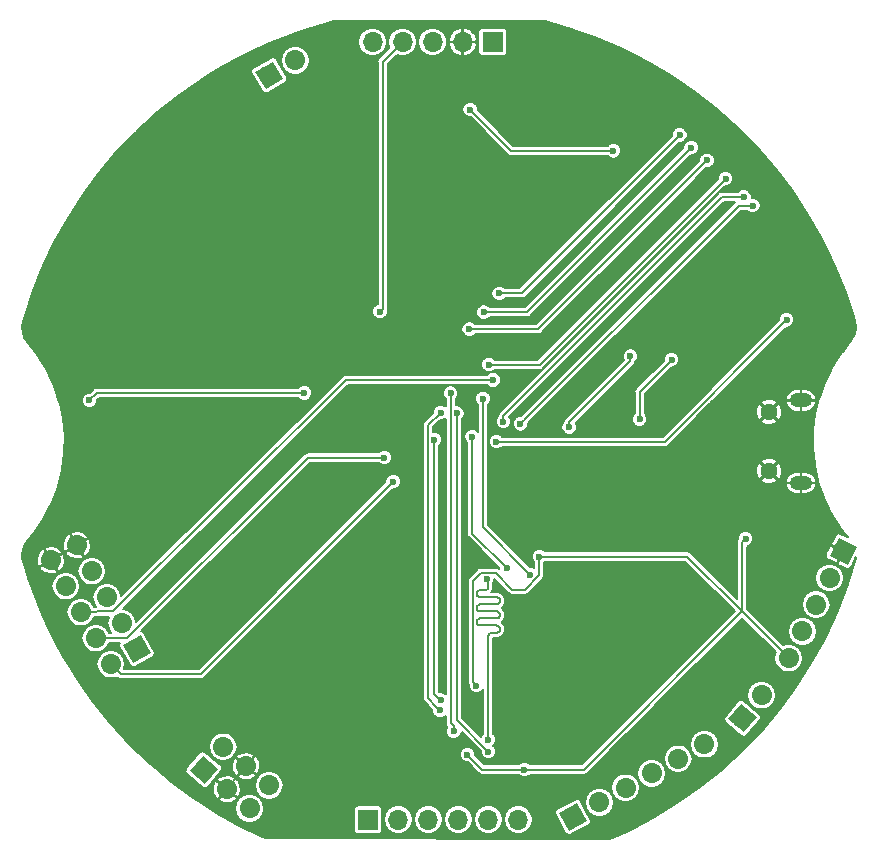
<source format=gbr>
G04 #@! TF.GenerationSoftware,KiCad,Pcbnew,5.0.0-fee4fd1~66~ubuntu18.04.1*
G04 #@! TF.CreationDate,2018-09-24T18:06:56+02:00*
G04 #@! TF.ProjectId,hyperstm,687970657273746D2E6B696361645F70,rev?*
G04 #@! TF.SameCoordinates,Original*
G04 #@! TF.FileFunction,Copper,L2,Bot,Signal*
G04 #@! TF.FilePolarity,Positive*
%FSLAX46Y46*%
G04 Gerber Fmt 4.6, Leading zero omitted, Abs format (unit mm)*
G04 Created by KiCad (PCBNEW 5.0.0-fee4fd1~66~ubuntu18.04.1) date Mon Sep 24 18:06:56 2018*
%MOMM*%
%LPD*%
G01*
G04 APERTURE LIST*
G04 #@! TA.AperFunction,ComponentPad*
%ADD10C,1.700000*%
G04 #@! TD*
G04 #@! TA.AperFunction,Conductor*
%ADD11C,1.700000*%
G04 #@! TD*
G04 #@! TA.AperFunction,Conductor*
%ADD12C,0.100000*%
G04 #@! TD*
G04 #@! TA.AperFunction,ComponentPad*
%ADD13O,1.700000X1.700000*%
G04 #@! TD*
G04 #@! TA.AperFunction,ComponentPad*
%ADD14R,1.700000X1.700000*%
G04 #@! TD*
G04 #@! TA.AperFunction,ComponentPad*
%ADD15O,1.900000X1.200000*%
G04 #@! TD*
G04 #@! TA.AperFunction,ComponentPad*
%ADD16C,1.450000*%
G04 #@! TD*
G04 #@! TA.AperFunction,ViaPad*
%ADD17C,0.600000*%
G04 #@! TD*
G04 #@! TA.AperFunction,Conductor*
%ADD18C,0.152400*%
G04 #@! TD*
G04 #@! TA.AperFunction,Conductor*
%ADD19C,0.200000*%
G04 #@! TD*
G04 APERTURE END LIST*
D10*
G04 #@! TO.P,J8,2*
G04 #@! TO.N,/Microcontroller/I2C1_SCL*
X137820400Y-67716400D03*
D11*
G04 #@! TD*
G04 #@! TO.N,/Microcontroller/I2C1_SCL*
G04 #@! TO.C,J8*
X137820400Y-67716400D02*
X137820400Y-67716400D01*
D10*
G04 #@! TO.P,J8,1*
G04 #@! TO.N,/Microcontroller/I2C1_SDA*
X135620695Y-68986400D03*
D12*
G04 #@! TD*
G04 #@! TO.N,/Microcontroller/I2C1_SDA*
G04 #@! TO.C,J8*
G36*
X136781817Y-69297522D02*
X135309573Y-70147522D01*
X134459573Y-68675278D01*
X135931817Y-67825278D01*
X136781817Y-69297522D01*
X136781817Y-69297522D01*
G37*
D10*
G04 #@! TO.P,J9,2*
G04 #@! TO.N,/Microcontroller/I2C4_SDA*
X177322681Y-121464247D03*
D11*
G04 #@! TD*
G04 #@! TO.N,/Microcontroller/I2C4_SDA*
G04 #@! TO.C,J9*
X177322681Y-121464247D02*
X177322681Y-121464247D01*
D10*
G04 #@! TO.P,J9,1*
G04 #@! TO.N,/Microcontroller/I2C4_SCL*
X175690000Y-123410000D03*
D12*
G04 #@! TD*
G04 #@! TO.N,/Microcontroller/I2C4_SCL*
G04 #@! TO.C,J9*
G36*
X176887507Y-123305232D02*
X175794768Y-124607507D01*
X174492493Y-123514768D01*
X175585232Y-122212493D01*
X176887507Y-123305232D01*
X176887507Y-123305232D01*
G37*
D13*
G04 #@! TO.P,J2,5*
G04 #@! TO.N,/Microcontroller/SWO*
X144373600Y-66167000D03*
G04 #@! TO.P,J2,4*
G04 #@! TO.N,+3V3*
X146913600Y-66167000D03*
G04 #@! TO.P,J2,3*
G04 #@! TO.N,/Microcontroller/SWCLK*
X149453600Y-66167000D03*
G04 #@! TO.P,J2,2*
G04 #@! TO.N,GND*
X151993600Y-66167000D03*
D14*
G04 #@! TO.P,J2,1*
G04 #@! TO.N,/Microcontroller/SWDIO*
X154533600Y-66167000D03*
G04 #@! TD*
D10*
G04 #@! TO.P,J6,5*
G04 #@! TO.N,+3V3*
X179617457Y-118332626D03*
D11*
G04 #@! TD*
G04 #@! TO.N,+3V3*
G04 #@! TO.C,J6*
X179617457Y-118332626D02*
X179617457Y-118332626D01*
D10*
G04 #@! TO.P,J6,4*
G04 #@! TO.N,/Microcontroller/USART1_CK*
X180770592Y-116069470D03*
D11*
G04 #@! TD*
G04 #@! TO.N,/Microcontroller/USART1_CK*
G04 #@! TO.C,J6*
X180770592Y-116069470D02*
X180770592Y-116069470D01*
D10*
G04 #@! TO.P,J6,3*
G04 #@! TO.N,/Microcontroller/USART_TX*
X181923728Y-113806313D03*
D11*
G04 #@! TD*
G04 #@! TO.N,/Microcontroller/USART_TX*
G04 #@! TO.C,J6*
X181923728Y-113806313D02*
X181923728Y-113806313D01*
D10*
G04 #@! TO.P,J6,2*
G04 #@! TO.N,/Microcontroller/USART1_RX*
X183076864Y-111543157D03*
D11*
G04 #@! TD*
G04 #@! TO.N,/Microcontroller/USART1_RX*
G04 #@! TO.C,J6*
X183076864Y-111543157D02*
X183076864Y-111543157D01*
D10*
G04 #@! TO.P,J6,1*
G04 #@! TO.N,GND*
X184230000Y-109280000D03*
D12*
G04 #@! TD*
G04 #@! TO.N,GND*
G04 #@! TO.C,J6*
G36*
X183086753Y-109651464D02*
X183858536Y-108136753D01*
X185373247Y-108908536D01*
X184601464Y-110423247D01*
X183086753Y-109651464D01*
X183086753Y-109651464D01*
G37*
D10*
G04 #@! TO.P,J7,6*
G04 #@! TO.N,/Microcontroller/SPI2_CS3*
X172457670Y-125622918D03*
D11*
G04 #@! TD*
G04 #@! TO.N,/Microcontroller/SPI2_CS3*
G04 #@! TO.C,J7*
X172457670Y-125622918D02*
X172457670Y-125622918D01*
D10*
G04 #@! TO.P,J7,5*
G04 #@! TO.N,/Microcontroller/SPI2_CS2*
X170236136Y-126854334D03*
D11*
G04 #@! TD*
G04 #@! TO.N,/Microcontroller/SPI2_CS2*
G04 #@! TO.C,J7*
X170236136Y-126854334D02*
X170236136Y-126854334D01*
D10*
G04 #@! TO.P,J7,4*
G04 #@! TO.N,/Microcontroller/SPI2_CS1*
X168014602Y-128085751D03*
D11*
G04 #@! TD*
G04 #@! TO.N,/Microcontroller/SPI2_CS1*
G04 #@! TO.C,J7*
X168014602Y-128085751D02*
X168014602Y-128085751D01*
D10*
G04 #@! TO.P,J7,3*
G04 #@! TO.N,/Microcontroller/SPI2_MOSI*
X165793068Y-129317167D03*
D11*
G04 #@! TD*
G04 #@! TO.N,/Microcontroller/SPI2_MOSI*
G04 #@! TO.C,J7*
X165793068Y-129317167D02*
X165793068Y-129317167D01*
D10*
G04 #@! TO.P,J7,2*
G04 #@! TO.N,/Microcontroller/SPI2_MISO*
X163571534Y-130548584D03*
D11*
G04 #@! TD*
G04 #@! TO.N,/Microcontroller/SPI2_MISO*
G04 #@! TO.C,J7*
X163571534Y-130548584D02*
X163571534Y-130548584D01*
D10*
G04 #@! TO.P,J7,1*
G04 #@! TO.N,/Microcontroller/SPI2_SCK*
X161350000Y-131780000D03*
D12*
G04 #@! TD*
G04 #@! TO.N,/Microcontroller/SPI2_SCK*
G04 #@! TO.C,J7*
G36*
X162505515Y-132111339D02*
X161018661Y-132935515D01*
X160194485Y-131448661D01*
X161681339Y-130624485D01*
X162505515Y-132111339D01*
X162505515Y-132111339D01*
G37*
D13*
G04 #@! TO.P,J10,6*
G04 #@! TO.N,/Microcontroller/SPI1_CS3*
X156700000Y-132000000D03*
G04 #@! TO.P,J10,5*
G04 #@! TO.N,/Microcontroller/SPI1_CS2*
X154160000Y-132000000D03*
G04 #@! TO.P,J10,4*
G04 #@! TO.N,/Microcontroller/SPI1_CS1*
X151620000Y-132000000D03*
G04 #@! TO.P,J10,3*
G04 #@! TO.N,/Microcontroller/SPI1_MOSI*
X149080000Y-132000000D03*
G04 #@! TO.P,J10,2*
G04 #@! TO.N,/Microcontroller/SPI1_MISO*
X146540000Y-132000000D03*
D14*
G04 #@! TO.P,J10,1*
G04 #@! TO.N,/Microcontroller/SPI1_SCK*
X144000000Y-132000000D03*
G04 #@! TD*
D10*
G04 #@! TO.P,J5,6*
G04 #@! TO.N,/Microcontroller/LPUART1_RX*
X135604186Y-129107997D03*
D11*
G04 #@! TD*
G04 #@! TO.N,/Microcontroller/LPUART1_RX*
G04 #@! TO.C,J5*
X135604186Y-129107997D02*
X135604186Y-129107997D01*
D10*
G04 #@! TO.P,J5,5*
G04 #@! TO.N,/Microcontroller/LPUART1_TX*
X133971506Y-131053750D03*
D11*
G04 #@! TD*
G04 #@! TO.N,/Microcontroller/LPUART1_TX*
G04 #@! TO.C,J5*
X133971506Y-131053750D02*
X133971506Y-131053750D01*
D10*
G04 #@! TO.P,J5,4*
G04 #@! TO.N,GND*
X133658434Y-127475317D03*
D11*
G04 #@! TD*
G04 #@! TO.N,GND*
G04 #@! TO.C,J5*
X133658434Y-127475317D02*
X133658434Y-127475317D01*
D10*
G04 #@! TO.P,J5,3*
G04 #@! TO.N,GND*
X132025753Y-129421070D03*
D11*
G04 #@! TD*
G04 #@! TO.N,GND*
G04 #@! TO.C,J5*
X132025753Y-129421070D02*
X132025753Y-129421070D01*
D10*
G04 #@! TO.P,J5,2*
G04 #@! TO.N,/Microcontroller/UART4_TX*
X131712681Y-125842636D03*
D11*
G04 #@! TD*
G04 #@! TO.N,/Microcontroller/UART4_TX*
G04 #@! TO.C,J5*
X131712681Y-125842636D02*
X131712681Y-125842636D01*
D10*
G04 #@! TO.P,J5,1*
G04 #@! TO.N,/Microcontroller/UART4_RX*
X130080000Y-127788389D03*
D12*
G04 #@! TD*
G04 #@! TO.N,/Microcontroller/UART4_RX*
G04 #@! TO.C,J5*
G36*
X130184768Y-128985896D02*
X128882493Y-127893157D01*
X129975232Y-126590882D01*
X131277507Y-127683621D01*
X130184768Y-128985896D01*
X130184768Y-128985896D01*
G37*
D10*
G04 #@! TO.P,J4,10*
G04 #@! TO.N,GND*
X117140295Y-110041182D03*
D11*
G04 #@! TD*
G04 #@! TO.N,GND*
G04 #@! TO.C,J4*
X117140295Y-110041182D02*
X117140295Y-110041182D01*
D10*
G04 #@! TO.P,J4,9*
G04 #@! TO.N,GND*
X119340000Y-108771182D03*
D11*
G04 #@! TD*
G04 #@! TO.N,GND*
G04 #@! TO.C,J4*
X119340000Y-108771182D02*
X119340000Y-108771182D01*
D10*
G04 #@! TO.P,J4,8*
G04 #@! TO.N,/Microcontroller/TIM3_CH1*
X118410295Y-112240886D03*
D11*
G04 #@! TD*
G04 #@! TO.N,/Microcontroller/TIM3_CH1*
G04 #@! TO.C,J4*
X118410295Y-112240886D02*
X118410295Y-112240886D01*
D10*
G04 #@! TO.P,J4,7*
G04 #@! TO.N,/Microcontroller/ADC1_IN*
X120610000Y-110970886D03*
D11*
G04 #@! TD*
G04 #@! TO.N,/Microcontroller/ADC1_IN*
G04 #@! TO.C,J4*
X120610000Y-110970886D02*
X120610000Y-110970886D01*
D10*
G04 #@! TO.P,J4,6*
G04 #@! TO.N,/Microcontroller/TIM2_CH1*
X119680295Y-114440591D03*
D11*
G04 #@! TD*
G04 #@! TO.N,/Microcontroller/TIM2_CH1*
G04 #@! TO.C,J4*
X119680295Y-114440591D02*
X119680295Y-114440591D01*
D10*
G04 #@! TO.P,J4,5*
G04 #@! TO.N,/Microcontroller/ADC1_IN2*
X121880000Y-113170591D03*
D11*
G04 #@! TD*
G04 #@! TO.N,/Microcontroller/ADC1_IN2*
G04 #@! TO.C,J4*
X121880000Y-113170591D02*
X121880000Y-113170591D01*
D10*
G04 #@! TO.P,J4,4*
G04 #@! TO.N,/Microcontroller/TIM1_CH2*
X120950296Y-116640295D03*
D11*
G04 #@! TD*
G04 #@! TO.N,/Microcontroller/TIM1_CH2*
G04 #@! TO.C,J4*
X120950296Y-116640295D02*
X120950296Y-116640295D01*
D10*
G04 #@! TO.P,J4,3*
G04 #@! TO.N,/Microcontroller/ADC1_IN3*
X123150000Y-115370295D03*
D11*
G04 #@! TD*
G04 #@! TO.N,/Microcontroller/ADC1_IN3*
G04 #@! TO.C,J4*
X123150000Y-115370295D02*
X123150000Y-115370295D01*
D10*
G04 #@! TO.P,J4,2*
G04 #@! TO.N,/Microcontroller/TIM1_CH1*
X122220295Y-118840000D03*
D11*
G04 #@! TD*
G04 #@! TO.N,/Microcontroller/TIM1_CH1*
G04 #@! TO.C,J4*
X122220295Y-118840000D02*
X122220295Y-118840000D01*
D10*
G04 #@! TO.P,J4,1*
G04 #@! TO.N,/Microcontroller/ADC1_IN4*
X124420000Y-117570000D03*
D12*
G04 #@! TD*
G04 #@! TO.N,/Microcontroller/ADC1_IN4*
G04 #@! TO.C,J4*
G36*
X124731122Y-116408878D02*
X125581122Y-117881122D01*
X124108878Y-118731122D01*
X123258878Y-117258878D01*
X124731122Y-116408878D01*
X124731122Y-116408878D01*
G37*
D15*
G04 #@! TO.P,J1,6*
G04 #@! TO.N,GND*
X180637500Y-96500000D03*
X180637500Y-103500000D03*
D16*
X177937500Y-97500000D03*
X177937500Y-102500000D03*
G04 #@! TD*
D17*
G04 #@! TO.N,GND*
X155194000Y-120650000D03*
X128310000Y-82010000D03*
X147120000Y-73270000D03*
X152830000Y-76900000D03*
X160700000Y-76380000D03*
X169870000Y-80090000D03*
X172090000Y-89770000D03*
X181360000Y-93060000D03*
X171090000Y-109070000D03*
X142900000Y-124480000D03*
X135320000Y-118290000D03*
X131550000Y-114570000D03*
X126340000Y-106860000D03*
X125030000Y-100010000D03*
X145840000Y-98550000D03*
X155220000Y-103340000D03*
X139310000Y-99460000D03*
X135700000Y-98620000D03*
X157226000Y-125222000D03*
X145288000Y-102616000D03*
X142494000Y-108458000D03*
X146050000Y-89916000D03*
X144018000Y-86360000D03*
X140716000Y-97536000D03*
X155194000Y-117602000D03*
X150391390Y-109474000D03*
X151440000Y-125890000D03*
X150300000Y-101620000D03*
G04 #@! TO.N,/Microcontroller/SDMMC1_DET*
X166190000Y-92760000D03*
X161010000Y-98770000D03*
G04 #@! TO.N,+3V3*
X166979600Y-98094800D03*
X145000000Y-88990000D03*
X169700000Y-93050000D03*
X152630000Y-71900000D03*
X164770000Y-75380000D03*
X175953677Y-108226323D03*
X120390000Y-96510000D03*
X158496000Y-109728000D03*
X152400000Y-126492000D03*
X157225988Y-127762000D03*
X153162000Y-120650000D03*
X138590000Y-95880000D03*
G04 #@! TO.N,/SDMMC1_PWR*
X154847971Y-100012029D03*
X179440000Y-89690000D03*
G04 #@! TO.N,/Microcontroller/TIM1_CH1*
X146120000Y-103390000D03*
G04 #@! TO.N,/Microcontroller/TIM1_CH2*
X145370000Y-101350000D03*
G04 #@! TO.N,/OCTOSPI_IO3*
X154020000Y-111640000D03*
X154178000Y-125222000D03*
G04 #@! TO.N,/SDMMC1_D0*
X175810000Y-79290000D03*
X155448000Y-98298000D03*
G04 #@! TO.N,/SDMMC1_D1*
X176570000Y-80010000D03*
X156876004Y-98500007D03*
G04 #@! TO.N,/Microcontroller/TIM2_CH1*
X154570000Y-94780000D03*
G04 #@! TO.N,/SDMMC1_D2*
X155090000Y-87440000D03*
X170390000Y-74040000D03*
G04 #@! TO.N,/SDMMC1_D3*
X171350000Y-75120000D03*
X153800000Y-89030000D03*
G04 #@! TO.N,/SDMMC1_CLK*
X174260000Y-77740000D03*
X154230000Y-93490000D03*
G04 #@! TO.N,/~OCTOSPI_RESET~*
X157734000Y-111252000D03*
X153720000Y-96380000D03*
G04 #@! TO.N,/SDMMC1_CMD*
X152550000Y-90470000D03*
X172690000Y-76180000D03*
G04 #@! TO.N,/~OCTOSPI_CS~*
X155750000Y-110730000D03*
X152800000Y-99590000D03*
G04 #@! TO.N,/OCTOSPI_IO4*
X154178000Y-126238000D03*
X151510002Y-97590000D03*
G04 #@! TO.N,/OCTOSPI_IO5*
X151250000Y-124530000D03*
X150980000Y-95890000D03*
G04 #@! TO.N,/OCTOSPI_IO6*
X150134600Y-97536000D03*
X150080000Y-122740000D03*
G04 #@! TO.N,/OCTOSPI_IO7*
X149606006Y-99822000D03*
X150140000Y-121890000D03*
G04 #@! TD*
D18*
G04 #@! TO.N,/Microcontroller/SDMMC1_DET*
X166190000Y-93165736D02*
X166190000Y-92760000D01*
X161010000Y-98770000D02*
X161010000Y-98345736D01*
X161010000Y-98345736D02*
X166190000Y-93165736D01*
G04 #@! TO.N,+3V3*
X145220000Y-88770000D02*
X145000000Y-88990000D01*
X146913600Y-66167000D02*
X145220000Y-67860600D01*
X145220000Y-67860600D02*
X145220000Y-88770000D01*
X166979600Y-98094800D02*
X166979600Y-95810400D01*
X166979600Y-95810400D02*
X169700000Y-93090000D01*
X169700000Y-93090000D02*
X169700000Y-93050000D01*
X152630000Y-71900000D02*
X156110000Y-75380000D01*
X156110000Y-75380000D02*
X164770000Y-75380000D01*
X178767458Y-117482627D02*
X179617457Y-118332626D01*
X175653678Y-114368847D02*
X178767458Y-117482627D01*
X175653678Y-108526322D02*
X175653678Y-114368847D01*
X175953677Y-108226323D02*
X175653678Y-108526322D01*
X175653678Y-114368847D02*
X171012831Y-109728000D01*
X158920264Y-109728000D02*
X158496000Y-109728000D01*
X171012831Y-109728000D02*
X158920264Y-109728000D01*
X152400000Y-126492000D02*
X153670000Y-127762000D01*
X162260525Y-127762000D02*
X175653678Y-114368847D01*
X153670000Y-127762000D02*
X162260525Y-127762000D01*
X158496000Y-111272330D02*
X158496000Y-110152264D01*
X153556601Y-111111399D02*
X154799399Y-111111399D01*
X152860973Y-111807027D02*
X153556601Y-111111399D01*
X158496000Y-110152264D02*
X158496000Y-109728000D01*
X153162000Y-120650000D02*
X152860973Y-120348973D01*
X157246330Y-112522000D02*
X158496000Y-111272330D01*
X152860973Y-120348973D02*
X152860973Y-111807027D01*
X154799399Y-111111399D02*
X156210000Y-112522000D01*
X156210000Y-112522000D02*
X157246330Y-112522000D01*
X121020000Y-95880000D02*
X138165736Y-95880000D01*
X138165736Y-95880000D02*
X138590000Y-95880000D01*
X120390000Y-96510000D02*
X121020000Y-95880000D01*
G04 #@! TO.N,/SDMMC1_PWR*
X179140001Y-89989999D02*
X179440000Y-89690000D01*
X169117971Y-100012029D02*
X179140001Y-89989999D01*
X154847971Y-100012029D02*
X169117971Y-100012029D01*
G04 #@! TO.N,/Microcontroller/TIM1_CH1*
X129820001Y-119689999D02*
X145820001Y-103689999D01*
X123070294Y-119689999D02*
X129820001Y-119689999D01*
X122220295Y-118840000D02*
X123070294Y-119689999D01*
X145820001Y-103689999D02*
X146120000Y-103390000D01*
G04 #@! TO.N,/Microcontroller/TIM1_CH2*
X138890000Y-101350000D02*
X144945736Y-101350000D01*
X120950296Y-116640295D02*
X123610000Y-116610000D01*
X144945736Y-101350000D02*
X145370000Y-101350000D01*
X123610000Y-116610000D02*
X138890000Y-101350000D01*
G04 #@! TO.N,/OCTOSPI_IO3*
X154178000Y-116925704D02*
X154178000Y-125222000D01*
X154290954Y-116233450D02*
X154243451Y-116280953D01*
X154478000Y-116168000D02*
X154411244Y-116175521D01*
X154878000Y-116168000D02*
X154478000Y-116168000D01*
X154944757Y-116160478D02*
X154878000Y-116168000D01*
X155008166Y-116138290D02*
X154944757Y-116160478D01*
X155065047Y-116102549D02*
X155008166Y-116138290D01*
X155170479Y-115801243D02*
X155178000Y-115868000D01*
X155148291Y-115737834D02*
X155170479Y-115801243D01*
X155112550Y-115680953D02*
X155148291Y-115737834D01*
X155065047Y-115633450D02*
X155112550Y-115680953D01*
X155008166Y-115597709D02*
X155065047Y-115633450D01*
X153411243Y-115560478D02*
X153478000Y-115568000D01*
X153347834Y-115538290D02*
X153411243Y-115560478D01*
X153290953Y-115502549D02*
X153347834Y-115538290D01*
X153207709Y-115398165D02*
X153243450Y-115455046D01*
X155170479Y-113401243D02*
X155178000Y-113468000D01*
X155148291Y-113598165D02*
X155112550Y-113655046D01*
X155148291Y-113337834D02*
X155170479Y-113401243D01*
X153290953Y-115033450D02*
X153243450Y-115080953D01*
X155065047Y-113233450D02*
X155112550Y-113280953D01*
X154878000Y-113768000D02*
X153478000Y-113768000D01*
X155170479Y-115934756D02*
X155148291Y-115998165D01*
X153478000Y-113168000D02*
X154878000Y-113168000D01*
X154347835Y-116197709D02*
X154290954Y-116233450D01*
X154944757Y-114375521D02*
X155008166Y-114397709D01*
X153207709Y-112998165D02*
X153243450Y-113055046D01*
X153185521Y-112934756D02*
X153207709Y-112998165D01*
X155008166Y-113197709D02*
X155065047Y-113233450D01*
X153243450Y-113055046D02*
X153290953Y-113102549D01*
X153178000Y-112868000D02*
X153185521Y-112934756D01*
X153290953Y-113102549D02*
X153347834Y-113138290D01*
X153478000Y-115568000D02*
X154878000Y-115568000D01*
X153185521Y-112801243D02*
X153178000Y-112868000D01*
X154112549Y-112455046D02*
X154065046Y-112502549D01*
X154178000Y-112268000D02*
X154170478Y-112334756D01*
X155170479Y-113534756D02*
X155148291Y-113598165D01*
X154878000Y-113168000D02*
X154944757Y-113175521D01*
X155112550Y-116055046D02*
X155065047Y-116102549D01*
X154148290Y-112398165D02*
X154112549Y-112455046D01*
X155178000Y-115868000D02*
X155170479Y-115934756D01*
X153944756Y-112560478D02*
X153878000Y-112568000D01*
X154944757Y-115575521D02*
X155008166Y-115597709D01*
X154020000Y-111640000D02*
X154178000Y-111798000D01*
X155148291Y-114798165D02*
X155112550Y-114855046D01*
X154065046Y-112502549D02*
X154008165Y-112538290D01*
X154243451Y-116280953D02*
X154207710Y-116337834D01*
X155065047Y-114433450D02*
X155112550Y-114480953D01*
X153411243Y-113160478D02*
X153478000Y-113168000D01*
X154008165Y-112538290D02*
X153944756Y-112560478D01*
X153878000Y-112568000D02*
X153478000Y-112568000D01*
X155148291Y-115998165D02*
X155112550Y-116055046D01*
X153290953Y-112633450D02*
X153243450Y-112680953D01*
X155065047Y-113702549D02*
X155008166Y-113738290D01*
X155008166Y-114938290D02*
X154944757Y-114960478D01*
X155112550Y-113280953D02*
X155148291Y-113337834D01*
X154178000Y-116468000D02*
X154178000Y-116925704D01*
X155170479Y-114601243D02*
X155178000Y-114668000D01*
X153185521Y-115201243D02*
X153178000Y-115268000D01*
X153478000Y-112568000D02*
X153411243Y-112575521D01*
X153347834Y-113138290D02*
X153411243Y-113160478D01*
X153207709Y-112737834D02*
X153185521Y-112801243D01*
X153411243Y-112575521D02*
X153347834Y-112597709D01*
X153290953Y-114302549D02*
X153347834Y-114338290D01*
X155170479Y-114734756D02*
X155148291Y-114798165D01*
X155112550Y-113655046D02*
X155065047Y-113702549D01*
X154170478Y-112334756D02*
X154148290Y-112398165D01*
X153347834Y-112597709D02*
X153290953Y-112633450D01*
X153243450Y-112680953D02*
X153207709Y-112737834D01*
X154944757Y-113760478D02*
X154878000Y-113768000D01*
X155008166Y-113738290D02*
X154944757Y-113760478D01*
X153207709Y-114198165D02*
X153243450Y-114255046D01*
X155178000Y-113468000D02*
X155170479Y-113534756D01*
X153478000Y-113768000D02*
X153411243Y-113775521D01*
X153411243Y-113775521D02*
X153347834Y-113797709D01*
X153185521Y-115334756D02*
X153207709Y-115398165D01*
X153347834Y-113797709D02*
X153290953Y-113833450D01*
X153243450Y-113880953D02*
X153207709Y-113937834D01*
X153290953Y-113833450D02*
X153243450Y-113880953D01*
X153207709Y-113937834D02*
X153185521Y-114001243D01*
X153478000Y-114968000D02*
X153411243Y-114975521D01*
X154185522Y-116401243D02*
X154178000Y-116468000D01*
X155148291Y-114537834D02*
X155170479Y-114601243D01*
X153185521Y-114001243D02*
X153178000Y-114068000D01*
X153178000Y-114068000D02*
X153185521Y-114134756D01*
X153243450Y-115080953D02*
X153207709Y-115137834D01*
X153185521Y-114134756D02*
X153207709Y-114198165D01*
X153243450Y-114255046D02*
X153290953Y-114302549D01*
X154878000Y-115568000D02*
X154944757Y-115575521D01*
X153347834Y-114338290D02*
X153411243Y-114360478D01*
X153411243Y-114360478D02*
X153478000Y-114368000D01*
X154207710Y-116337834D02*
X154185522Y-116401243D01*
X155112550Y-114480953D02*
X155148291Y-114537834D01*
X154178000Y-111798000D02*
X154178000Y-112268000D01*
X153478000Y-114368000D02*
X154878000Y-114368000D01*
X155008166Y-114397709D02*
X155065047Y-114433450D01*
X155178000Y-114668000D02*
X155170479Y-114734756D01*
X155112550Y-114855046D02*
X155065047Y-114902549D01*
X153243450Y-115455046D02*
X153290953Y-115502549D01*
X155065047Y-114902549D02*
X155008166Y-114938290D01*
X154944757Y-114960478D02*
X154878000Y-114968000D01*
X154878000Y-114968000D02*
X153478000Y-114968000D01*
X153411243Y-114975521D02*
X153347834Y-114997709D01*
X154944757Y-113175521D02*
X155008166Y-113197709D01*
X153347834Y-114997709D02*
X153290953Y-115033450D01*
X153207709Y-115137834D02*
X153185521Y-115201243D01*
X154411244Y-116175521D02*
X154347835Y-116197709D01*
X154878000Y-114368000D02*
X154944757Y-114375521D01*
X153178000Y-115268000D02*
X153185521Y-115334756D01*
G04 #@! TO.N,/SDMMC1_D0*
X155448000Y-97790000D02*
X155448000Y-98298000D01*
X175810000Y-79290000D02*
X173948000Y-79290000D01*
X173948000Y-79290000D02*
X155448000Y-97790000D01*
G04 #@! TO.N,/SDMMC1_D1*
X176570000Y-80010000D02*
X175366011Y-80010000D01*
X175366011Y-80010000D02*
X157176003Y-98200008D01*
X157176003Y-98200008D02*
X156876004Y-98500007D01*
G04 #@! TO.N,/Microcontroller/TIM2_CH1*
X142143965Y-94780000D02*
X154570000Y-94780000D01*
X119680295Y-114440591D02*
X122410000Y-114380000D01*
X122410000Y-114380000D02*
X142143965Y-94780000D01*
G04 #@! TO.N,/SDMMC1_D2*
X155090000Y-87440000D02*
X156990000Y-87440000D01*
X170090001Y-74339999D02*
X170390000Y-74040000D01*
X156990000Y-87440000D02*
X170090001Y-74339999D01*
G04 #@! TO.N,/SDMMC1_D3*
X154224264Y-89030000D02*
X153800000Y-89030000D01*
X157440000Y-89030000D02*
X154224264Y-89030000D01*
X171350000Y-75120000D02*
X157440000Y-89030000D01*
G04 #@! TO.N,/SDMMC1_CLK*
X174260000Y-77740000D02*
X158510000Y-93490000D01*
X154654264Y-93490000D02*
X154230000Y-93490000D01*
X158510000Y-93490000D02*
X154654264Y-93490000D01*
G04 #@! TO.N,/~OCTOSPI_RESET~*
X157734000Y-111252000D02*
X153720000Y-107238000D01*
X153720000Y-96804264D02*
X153720000Y-96380000D01*
X153720000Y-107238000D02*
X153720000Y-96804264D01*
G04 #@! TO.N,/SDMMC1_CMD*
X170140000Y-78730000D02*
X172690000Y-76180000D01*
X152550000Y-90470000D02*
X158400000Y-90470000D01*
X158400000Y-90470000D02*
X170140000Y-78730000D01*
G04 #@! TO.N,/~OCTOSPI_CS~*
X152800000Y-107780000D02*
X152800000Y-99590000D01*
X152800000Y-107780000D02*
X155750000Y-110730000D01*
G04 #@! TO.N,/OCTOSPI_IO4*
X154178000Y-126238000D02*
X151510002Y-123570002D01*
X151510002Y-98014264D02*
X151510002Y-97590000D01*
X151510002Y-123570002D02*
X151510002Y-98014264D01*
G04 #@! TO.N,/OCTOSPI_IO5*
X151250000Y-124530000D02*
X151250000Y-124105736D01*
X151250000Y-124105736D02*
X150980000Y-123835736D01*
X150980000Y-96314264D02*
X150980000Y-95890000D01*
X150980000Y-123835736D02*
X150980000Y-96314264D01*
G04 #@! TO.N,/OCTOSPI_IO6*
X149060000Y-121720000D02*
X149780001Y-122440001D01*
X149780001Y-122440001D02*
X150080000Y-122740000D01*
X149060000Y-98610600D02*
X149060000Y-121720000D01*
X150134600Y-97536000D02*
X149060000Y-98610600D01*
G04 #@! TO.N,/OCTOSPI_IO7*
X149606006Y-99822000D02*
X149606006Y-121356006D01*
X149840001Y-121590001D02*
X150140000Y-121890000D01*
X149606006Y-121356006D02*
X149840001Y-121590001D01*
G04 #@! TD*
D19*
G04 #@! TO.N,GND*
G36*
X161175335Y-65059372D02*
X163406849Y-65853375D01*
X165582463Y-66789723D01*
X167693125Y-67864523D01*
X169730007Y-69073273D01*
X171684663Y-70410965D01*
X173548915Y-71872004D01*
X175314986Y-73450290D01*
X176975533Y-75139263D01*
X178523637Y-76931890D01*
X179952820Y-78820667D01*
X181257139Y-80797737D01*
X182431152Y-82854856D01*
X183469964Y-84983439D01*
X184369256Y-87174640D01*
X185127041Y-89424566D01*
X185246234Y-89829598D01*
X185290921Y-90353140D01*
X185205812Y-90860569D01*
X184992542Y-91341356D01*
X184807857Y-91602175D01*
X184806345Y-91605006D01*
X184175735Y-92382732D01*
X184173197Y-92386253D01*
X184170349Y-92389514D01*
X184150726Y-92416893D01*
X183382888Y-93582272D01*
X183379131Y-93588745D01*
X183374868Y-93594918D01*
X183358471Y-93624343D01*
X182727495Y-94869153D01*
X182724495Y-94876010D01*
X182720959Y-94882624D01*
X182707998Y-94913716D01*
X182221993Y-96221953D01*
X182219786Y-96229113D01*
X182217024Y-96236079D01*
X182207666Y-96268438D01*
X181872882Y-97623282D01*
X181871500Y-97630645D01*
X181869544Y-97637880D01*
X181863910Y-97671090D01*
X181684652Y-99055124D01*
X181684113Y-99062583D01*
X181682987Y-99070004D01*
X181681149Y-99103639D01*
X181659719Y-100499070D01*
X181660029Y-100506551D01*
X181659750Y-100514044D01*
X181661730Y-100547670D01*
X181798405Y-101936556D01*
X181799560Y-101943955D01*
X181800131Y-101951430D01*
X181805906Y-101984616D01*
X182098929Y-103349102D01*
X182100912Y-103356315D01*
X182102327Y-103363686D01*
X182111822Y-103396005D01*
X182557426Y-104718548D01*
X182560213Y-104725491D01*
X182562453Y-104732653D01*
X182575545Y-104763689D01*
X183168000Y-106027287D01*
X183171556Y-106033872D01*
X183174592Y-106040733D01*
X183191113Y-106070088D01*
X183922804Y-107258495D01*
X183927088Y-107264643D01*
X183930876Y-107271107D01*
X183950614Y-107298403D01*
X184588557Y-108111413D01*
X183956509Y-107789368D01*
X183816113Y-107778319D01*
X183682176Y-107821838D01*
X183575088Y-107913300D01*
X183511152Y-108038780D01*
X183209664Y-108630484D01*
X183248340Y-108749516D01*
X184218201Y-109243685D01*
X184227281Y-109225865D01*
X184275395Y-109250380D01*
X184266315Y-109268201D01*
X184284135Y-109277281D01*
X184259620Y-109325395D01*
X184241799Y-109316315D01*
X183747631Y-110286176D01*
X183786307Y-110405208D01*
X184503491Y-110770632D01*
X184643887Y-110781681D01*
X184777824Y-110738162D01*
X184884912Y-110646700D01*
X184948848Y-110521220D01*
X185250336Y-109929516D01*
X185211661Y-109810487D01*
X185280460Y-109845542D01*
X185281011Y-109854589D01*
X185248245Y-110090788D01*
X184531092Y-112325358D01*
X183663728Y-114528050D01*
X182656037Y-116670154D01*
X181512198Y-118742790D01*
X180237006Y-120737268D01*
X178835758Y-122645306D01*
X177314303Y-124458939D01*
X175678974Y-126170615D01*
X173936588Y-127773197D01*
X172094435Y-129259985D01*
X170160163Y-130624805D01*
X168141865Y-131861945D01*
X166046380Y-132967084D01*
X164507282Y-133670683D01*
X135251306Y-133571172D01*
X133224153Y-132609770D01*
X131154730Y-131459212D01*
X130524931Y-131053750D01*
X132743919Y-131053750D01*
X132837363Y-131523527D01*
X133103471Y-131921785D01*
X133501729Y-132187893D01*
X133852926Y-132257750D01*
X134090086Y-132257750D01*
X134441283Y-132187893D01*
X134839541Y-131921785D01*
X135105649Y-131523527D01*
X135179947Y-131150000D01*
X142789065Y-131150000D01*
X142789065Y-132850000D01*
X142816540Y-132988124D01*
X142894780Y-133105220D01*
X143011876Y-133183460D01*
X143150000Y-133210935D01*
X144850000Y-133210935D01*
X144988124Y-133183460D01*
X145105220Y-133105220D01*
X145183460Y-132988124D01*
X145210935Y-132850000D01*
X145210935Y-132000000D01*
X145312413Y-132000000D01*
X145405857Y-132469777D01*
X145671965Y-132868035D01*
X146070223Y-133134143D01*
X146421420Y-133204000D01*
X146658580Y-133204000D01*
X147009777Y-133134143D01*
X147408035Y-132868035D01*
X147674143Y-132469777D01*
X147767587Y-132000000D01*
X147852413Y-132000000D01*
X147945857Y-132469777D01*
X148211965Y-132868035D01*
X148610223Y-133134143D01*
X148961420Y-133204000D01*
X149198580Y-133204000D01*
X149549777Y-133134143D01*
X149948035Y-132868035D01*
X150214143Y-132469777D01*
X150307587Y-132000000D01*
X150392413Y-132000000D01*
X150485857Y-132469777D01*
X150751965Y-132868035D01*
X151150223Y-133134143D01*
X151501420Y-133204000D01*
X151738580Y-133204000D01*
X152089777Y-133134143D01*
X152488035Y-132868035D01*
X152754143Y-132469777D01*
X152847587Y-132000000D01*
X152932413Y-132000000D01*
X153025857Y-132469777D01*
X153291965Y-132868035D01*
X153690223Y-133134143D01*
X154041420Y-133204000D01*
X154278580Y-133204000D01*
X154629777Y-133134143D01*
X155028035Y-132868035D01*
X155294143Y-132469777D01*
X155387587Y-132000000D01*
X155472413Y-132000000D01*
X155565857Y-132469777D01*
X155831965Y-132868035D01*
X156230223Y-133134143D01*
X156581420Y-133204000D01*
X156818580Y-133204000D01*
X157169777Y-133134143D01*
X157568035Y-132868035D01*
X157834143Y-132469777D01*
X157927587Y-132000000D01*
X157834143Y-131530223D01*
X157806947Y-131489520D01*
X159835870Y-131489520D01*
X159878804Y-131623646D01*
X160702980Y-133110500D01*
X160793974Y-133217986D01*
X160919174Y-133282468D01*
X161059520Y-133294130D01*
X161193646Y-133251196D01*
X162680500Y-132427020D01*
X162787986Y-132336026D01*
X162852468Y-132210826D01*
X162864130Y-132070480D01*
X162821196Y-131936354D01*
X162051944Y-130548584D01*
X162343947Y-130548584D01*
X162437391Y-131018361D01*
X162703499Y-131416619D01*
X163101757Y-131682727D01*
X163452954Y-131752584D01*
X163690114Y-131752584D01*
X164041311Y-131682727D01*
X164439569Y-131416619D01*
X164705677Y-131018361D01*
X164799121Y-130548584D01*
X164705677Y-130078807D01*
X164439569Y-129680549D01*
X164041311Y-129414441D01*
X163690114Y-129344584D01*
X163452954Y-129344584D01*
X163101757Y-129414441D01*
X162703499Y-129680549D01*
X162437391Y-130078807D01*
X162343947Y-130548584D01*
X162051944Y-130548584D01*
X161997020Y-130449500D01*
X161906026Y-130342014D01*
X161780826Y-130277532D01*
X161640480Y-130265870D01*
X161506354Y-130308804D01*
X160019500Y-131132980D01*
X159912014Y-131223974D01*
X159847532Y-131349174D01*
X159835870Y-131489520D01*
X157806947Y-131489520D01*
X157568035Y-131131965D01*
X157169777Y-130865857D01*
X156818580Y-130796000D01*
X156581420Y-130796000D01*
X156230223Y-130865857D01*
X155831965Y-131131965D01*
X155565857Y-131530223D01*
X155472413Y-132000000D01*
X155387587Y-132000000D01*
X155294143Y-131530223D01*
X155028035Y-131131965D01*
X154629777Y-130865857D01*
X154278580Y-130796000D01*
X154041420Y-130796000D01*
X153690223Y-130865857D01*
X153291965Y-131131965D01*
X153025857Y-131530223D01*
X152932413Y-132000000D01*
X152847587Y-132000000D01*
X152754143Y-131530223D01*
X152488035Y-131131965D01*
X152089777Y-130865857D01*
X151738580Y-130796000D01*
X151501420Y-130796000D01*
X151150223Y-130865857D01*
X150751965Y-131131965D01*
X150485857Y-131530223D01*
X150392413Y-132000000D01*
X150307587Y-132000000D01*
X150214143Y-131530223D01*
X149948035Y-131131965D01*
X149549777Y-130865857D01*
X149198580Y-130796000D01*
X148961420Y-130796000D01*
X148610223Y-130865857D01*
X148211965Y-131131965D01*
X147945857Y-131530223D01*
X147852413Y-132000000D01*
X147767587Y-132000000D01*
X147674143Y-131530223D01*
X147408035Y-131131965D01*
X147009777Y-130865857D01*
X146658580Y-130796000D01*
X146421420Y-130796000D01*
X146070223Y-130865857D01*
X145671965Y-131131965D01*
X145405857Y-131530223D01*
X145312413Y-132000000D01*
X145210935Y-132000000D01*
X145210935Y-131150000D01*
X145183460Y-131011876D01*
X145105220Y-130894780D01*
X144988124Y-130816540D01*
X144850000Y-130789065D01*
X143150000Y-130789065D01*
X143011876Y-130816540D01*
X142894780Y-130894780D01*
X142816540Y-131011876D01*
X142789065Y-131150000D01*
X135179947Y-131150000D01*
X135199093Y-131053750D01*
X135105649Y-130583973D01*
X134839541Y-130185715D01*
X134441283Y-129919607D01*
X134090086Y-129849750D01*
X133852926Y-129849750D01*
X133501729Y-129919607D01*
X133103471Y-130185715D01*
X132837363Y-130583973D01*
X132743919Y-131053750D01*
X130524931Y-131053750D01*
X129342795Y-130292697D01*
X131329617Y-130292697D01*
X131428946Y-130466746D01*
X131464502Y-130486256D01*
X131914853Y-130619955D01*
X132382088Y-130571135D01*
X132795074Y-130347228D01*
X132862690Y-130158590D01*
X132029081Y-129459108D01*
X131329617Y-130292697D01*
X129342795Y-130292697D01*
X129163873Y-130177508D01*
X127259881Y-128770005D01*
X126258548Y-127924614D01*
X128522931Y-127924614D01*
X128562340Y-128059818D01*
X128650488Y-128169649D01*
X129952763Y-129262388D01*
X130076233Y-129330126D01*
X130216225Y-129345458D01*
X130351429Y-129306049D01*
X130396526Y-129269855D01*
X130831283Y-129269855D01*
X130864340Y-129738469D01*
X131074210Y-130158762D01*
X131099598Y-130190389D01*
X131288250Y-130257987D01*
X131987715Y-129424398D01*
X131979783Y-129417742D01*
X132063791Y-129417742D01*
X132897401Y-130117224D01*
X133071432Y-130017878D01*
X133220223Y-129572285D01*
X133187472Y-129107997D01*
X134376599Y-129107997D01*
X134470043Y-129577774D01*
X134736151Y-129976032D01*
X135134409Y-130242140D01*
X135485606Y-130311997D01*
X135722766Y-130311997D01*
X136073963Y-130242140D01*
X136472221Y-129976032D01*
X136738329Y-129577774D01*
X136790166Y-129317167D01*
X164565481Y-129317167D01*
X164658925Y-129786944D01*
X164925033Y-130185202D01*
X165323291Y-130451310D01*
X165674488Y-130521167D01*
X165911648Y-130521167D01*
X166262845Y-130451310D01*
X166661103Y-130185202D01*
X166927211Y-129786944D01*
X167020655Y-129317167D01*
X166927211Y-128847390D01*
X166661103Y-128449132D01*
X166262845Y-128183024D01*
X165911648Y-128113167D01*
X165674488Y-128113167D01*
X165323291Y-128183024D01*
X164925033Y-128449132D01*
X164658925Y-128847390D01*
X164565481Y-129317167D01*
X136790166Y-129317167D01*
X136831773Y-129107997D01*
X136738329Y-128638220D01*
X136472221Y-128239962D01*
X136073963Y-127973854D01*
X135722766Y-127903997D01*
X135485606Y-127903997D01*
X135134409Y-127973854D01*
X134736151Y-128239962D01*
X134470043Y-128638220D01*
X134376599Y-129107997D01*
X133187472Y-129107997D01*
X133187166Y-129103671D01*
X132977296Y-128683378D01*
X132951908Y-128651751D01*
X132763256Y-128584153D01*
X132063791Y-129417742D01*
X131979783Y-129417742D01*
X131154105Y-128724916D01*
X130980074Y-128824262D01*
X130831283Y-129269855D01*
X130396526Y-129269855D01*
X130461260Y-129217901D01*
X130909633Y-128683550D01*
X131188816Y-128683550D01*
X132022425Y-129383032D01*
X132721889Y-128549443D01*
X132622560Y-128375394D01*
X132587004Y-128355884D01*
X132556891Y-128346944D01*
X132962298Y-128346944D01*
X133061627Y-128520993D01*
X133097183Y-128540503D01*
X133547534Y-128674202D01*
X134014769Y-128625382D01*
X134427755Y-128401475D01*
X134495371Y-128212837D01*
X133661762Y-127513355D01*
X132962298Y-128346944D01*
X132556891Y-128346944D01*
X132136653Y-128222185D01*
X131669418Y-128271005D01*
X131256432Y-128494912D01*
X131188816Y-128683550D01*
X130909633Y-128683550D01*
X131553999Y-127915626D01*
X131621737Y-127792156D01*
X131637069Y-127652164D01*
X131597660Y-127516960D01*
X131509512Y-127407129D01*
X131410565Y-127324102D01*
X132463964Y-127324102D01*
X132497021Y-127792716D01*
X132706891Y-128213009D01*
X132732279Y-128244636D01*
X132920931Y-128312234D01*
X133620396Y-127478645D01*
X133612464Y-127471989D01*
X133696472Y-127471989D01*
X134530082Y-128171471D01*
X134704113Y-128072125D01*
X134852904Y-127626532D01*
X134819847Y-127157918D01*
X134609977Y-126737625D01*
X134584589Y-126705998D01*
X134395937Y-126638400D01*
X133696472Y-127471989D01*
X133612464Y-127471989D01*
X132786786Y-126779163D01*
X132612755Y-126878509D01*
X132463964Y-127324102D01*
X131410565Y-127324102D01*
X130207237Y-126314390D01*
X130083767Y-126246652D01*
X129943775Y-126231320D01*
X129808571Y-126270729D01*
X129698740Y-126358877D01*
X128606001Y-127661152D01*
X128538263Y-127784622D01*
X128522931Y-127924614D01*
X126258548Y-127924614D01*
X125450687Y-127242566D01*
X123994582Y-125842636D01*
X130485094Y-125842636D01*
X130578538Y-126312413D01*
X130844646Y-126710671D01*
X131242904Y-126976779D01*
X131594101Y-127046636D01*
X131831261Y-127046636D01*
X132182458Y-126976779D01*
X132540119Y-126737797D01*
X132821497Y-126737797D01*
X133655106Y-127437279D01*
X134354570Y-126603690D01*
X134255241Y-126429641D01*
X134219685Y-126410131D01*
X133769334Y-126276432D01*
X133302099Y-126325252D01*
X132889113Y-126549159D01*
X132821497Y-126737797D01*
X132540119Y-126737797D01*
X132580716Y-126710671D01*
X132846824Y-126312413D01*
X132940268Y-125842636D01*
X132846824Y-125372859D01*
X132580716Y-124974601D01*
X132182458Y-124708493D01*
X131831261Y-124638636D01*
X131594101Y-124638636D01*
X131242904Y-124708493D01*
X130844646Y-124974601D01*
X130578538Y-125372859D01*
X130485094Y-125842636D01*
X123994582Y-125842636D01*
X123743836Y-125601564D01*
X122146435Y-123853828D01*
X120665143Y-122006644D01*
X119306155Y-120067737D01*
X118558893Y-118840000D01*
X120992708Y-118840000D01*
X121086152Y-119309777D01*
X121352260Y-119708035D01*
X121750518Y-119974143D01*
X122101715Y-120044000D01*
X122338875Y-120044000D01*
X122690072Y-119974143D01*
X122723624Y-119951724D01*
X122736136Y-119964236D01*
X122760137Y-120000156D01*
X122796056Y-120024156D01*
X122902438Y-120095238D01*
X123070293Y-120128627D01*
X123112663Y-120120199D01*
X129777631Y-120120199D01*
X129820001Y-120128627D01*
X129862371Y-120120199D01*
X129987857Y-120095238D01*
X130130158Y-120000156D01*
X130154161Y-119964233D01*
X146074395Y-104044000D01*
X146250089Y-104044000D01*
X146490461Y-103944435D01*
X146674435Y-103760461D01*
X146774000Y-103520089D01*
X146774000Y-103259911D01*
X146674435Y-103019539D01*
X146490461Y-102835565D01*
X146250089Y-102736000D01*
X145989911Y-102736000D01*
X145749539Y-102835565D01*
X145565565Y-103019539D01*
X145466000Y-103259911D01*
X145466000Y-103435605D01*
X129641807Y-119259799D01*
X123364379Y-119259799D01*
X123447882Y-118840000D01*
X123354438Y-118370223D01*
X123088330Y-117971965D01*
X122690072Y-117705857D01*
X122338875Y-117636000D01*
X122101715Y-117636000D01*
X121750518Y-117705857D01*
X121352260Y-117971965D01*
X121086152Y-118370223D01*
X120992708Y-118840000D01*
X118558893Y-118840000D01*
X118075113Y-118045159D01*
X116977165Y-115947368D01*
X116308610Y-114440591D01*
X118452708Y-114440591D01*
X118546152Y-114910368D01*
X118812260Y-115308626D01*
X119210518Y-115574734D01*
X119561715Y-115644591D01*
X119798875Y-115644591D01*
X120150072Y-115574734D01*
X120548330Y-115308626D01*
X120814438Y-114910368D01*
X120827354Y-114845435D01*
X122071109Y-114817828D01*
X122015857Y-114900518D01*
X121922413Y-115370295D01*
X122015857Y-115840072D01*
X122253165Y-116195228D01*
X122089724Y-116197089D01*
X122084439Y-116170518D01*
X121818331Y-115772260D01*
X121420073Y-115506152D01*
X121068876Y-115436295D01*
X120831716Y-115436295D01*
X120480519Y-115506152D01*
X120082261Y-115772260D01*
X119816153Y-116170518D01*
X119722709Y-116640295D01*
X119816153Y-117110072D01*
X120082261Y-117508330D01*
X120480519Y-117774438D01*
X120831716Y-117844295D01*
X121068876Y-117844295D01*
X121420073Y-117774438D01*
X121818331Y-117508330D01*
X122084439Y-117110072D01*
X122094899Y-117057485D01*
X122968396Y-117047535D01*
X122910242Y-117165461D01*
X122901031Y-117305989D01*
X122946299Y-117439345D01*
X123796299Y-118911589D01*
X123889155Y-119017471D01*
X124015461Y-119079758D01*
X124155989Y-119088969D01*
X124289345Y-119043701D01*
X125761589Y-118193701D01*
X125867471Y-118100845D01*
X125929758Y-117974539D01*
X125938969Y-117834011D01*
X125893701Y-117700655D01*
X125043701Y-116228411D01*
X124950845Y-116122529D01*
X124824539Y-116060242D01*
X124772675Y-116056843D01*
X139068029Y-101780200D01*
X144875304Y-101780200D01*
X144999539Y-101904435D01*
X145239911Y-102004000D01*
X145500089Y-102004000D01*
X145740461Y-101904435D01*
X145924435Y-101720461D01*
X146024000Y-101480089D01*
X146024000Y-101219911D01*
X145924435Y-100979539D01*
X145740461Y-100795565D01*
X145500089Y-100696000D01*
X145239911Y-100696000D01*
X144999539Y-100795565D01*
X144875304Y-100919800D01*
X138932512Y-100919800D01*
X138890287Y-100911372D01*
X138847772Y-100919800D01*
X138847630Y-100919800D01*
X138806340Y-100928013D01*
X138722410Y-100944651D01*
X138722288Y-100944732D01*
X138722144Y-100944761D01*
X138651189Y-100992171D01*
X138615981Y-101015663D01*
X138615880Y-101015764D01*
X138579843Y-101039843D01*
X138555922Y-101075643D01*
X124355205Y-115257775D01*
X124284143Y-114900518D01*
X124018035Y-114502260D01*
X123619777Y-114236152D01*
X123268580Y-114166295D01*
X123235642Y-114166295D01*
X138897660Y-98610600D01*
X148621372Y-98610600D01*
X148629800Y-98652970D01*
X148629801Y-121677625D01*
X148621372Y-121720000D01*
X148654761Y-121887855D01*
X148703294Y-121960490D01*
X148749844Y-122030157D01*
X148785763Y-122054157D01*
X149426000Y-122694395D01*
X149426000Y-122870089D01*
X149525565Y-123110461D01*
X149709539Y-123294435D01*
X149949911Y-123394000D01*
X150210089Y-123394000D01*
X150450461Y-123294435D01*
X150549800Y-123195096D01*
X150549800Y-123793366D01*
X150541372Y-123835736D01*
X150557488Y-123916753D01*
X150574761Y-124003591D01*
X150669843Y-124145893D01*
X150694416Y-124162312D01*
X150596000Y-124399911D01*
X150596000Y-124660089D01*
X150695565Y-124900461D01*
X150879539Y-125084435D01*
X151119911Y-125184000D01*
X151380089Y-125184000D01*
X151620461Y-125084435D01*
X151804435Y-124900461D01*
X151904000Y-124660089D01*
X151904000Y-124572394D01*
X153524000Y-126192395D01*
X153524000Y-126368089D01*
X153623565Y-126608461D01*
X153807539Y-126792435D01*
X154047911Y-126892000D01*
X154308089Y-126892000D01*
X154548461Y-126792435D01*
X154732435Y-126608461D01*
X154832000Y-126368089D01*
X154832000Y-126107911D01*
X154732435Y-125867539D01*
X154594896Y-125730000D01*
X154732435Y-125592461D01*
X154832000Y-125352089D01*
X154832000Y-125091911D01*
X154732435Y-124851539D01*
X154608200Y-124727304D01*
X154608200Y-116598200D01*
X154859902Y-116598200D01*
X154884065Y-116600238D01*
X154902152Y-116598200D01*
X154919330Y-116598200D01*
X154920164Y-116598415D01*
X154998924Y-116587296D01*
X155035029Y-116583228D01*
X155040824Y-116581381D01*
X155046852Y-116580530D01*
X155075388Y-116570545D01*
X155081640Y-116570720D01*
X155118920Y-116556489D01*
X155156931Y-116544374D01*
X155161709Y-116540339D01*
X155190245Y-116530354D01*
X155195487Y-116527262D01*
X155201171Y-116525092D01*
X155226768Y-116509008D01*
X155232902Y-116507788D01*
X155266075Y-116485622D01*
X155300445Y-116465348D01*
X155304206Y-116460350D01*
X155329804Y-116444266D01*
X155334225Y-116440086D01*
X155339284Y-116436706D01*
X155360662Y-116415328D01*
X155366369Y-116412774D01*
X155393781Y-116383780D01*
X155422775Y-116356368D01*
X155425329Y-116350661D01*
X155446707Y-116329283D01*
X155450087Y-116324224D01*
X155454267Y-116319803D01*
X155470351Y-116294205D01*
X155475349Y-116290444D01*
X155495623Y-116256074D01*
X155517789Y-116222901D01*
X155519009Y-116216767D01*
X155535093Y-116191170D01*
X155537263Y-116185486D01*
X155540355Y-116180244D01*
X155550342Y-116151704D01*
X155554377Y-116146925D01*
X155566492Y-116108915D01*
X155580721Y-116071638D01*
X155580546Y-116065387D01*
X155590531Y-116036851D01*
X155591383Y-116030818D01*
X155593230Y-116025022D01*
X155596614Y-115994985D01*
X155599483Y-115989432D01*
X155602835Y-115949695D01*
X155608416Y-115910163D01*
X155606853Y-115904104D01*
X155610238Y-115874061D01*
X155609727Y-115868001D01*
X155610238Y-115861940D01*
X155606853Y-115831895D01*
X155608416Y-115825836D01*
X155602835Y-115786301D01*
X155599483Y-115746569D01*
X155596615Y-115741018D01*
X155593231Y-115710977D01*
X155591382Y-115705175D01*
X155590531Y-115699148D01*
X155580546Y-115670612D01*
X155580721Y-115664361D01*
X155566496Y-115627097D01*
X155554378Y-115589075D01*
X155550342Y-115584295D01*
X155540355Y-115555755D01*
X155537263Y-115550513D01*
X155535093Y-115544829D01*
X155519009Y-115519232D01*
X155517789Y-115513098D01*
X155495623Y-115479925D01*
X155475349Y-115445555D01*
X155470351Y-115441794D01*
X155454267Y-115416196D01*
X155450087Y-115411775D01*
X155446707Y-115406716D01*
X155425329Y-115385338D01*
X155422775Y-115379631D01*
X155393781Y-115352219D01*
X155366369Y-115323225D01*
X155360662Y-115320671D01*
X155339284Y-115299293D01*
X155334225Y-115295913D01*
X155329804Y-115291733D01*
X155304206Y-115275649D01*
X155300445Y-115270651D01*
X155295950Y-115267999D01*
X155300445Y-115265348D01*
X155304206Y-115260350D01*
X155329804Y-115244266D01*
X155334225Y-115240086D01*
X155339284Y-115236706D01*
X155360662Y-115215328D01*
X155366369Y-115212774D01*
X155393781Y-115183780D01*
X155422775Y-115156368D01*
X155425329Y-115150661D01*
X155446707Y-115129283D01*
X155450087Y-115124224D01*
X155454267Y-115119803D01*
X155470351Y-115094205D01*
X155475349Y-115090444D01*
X155495623Y-115056074D01*
X155517789Y-115022901D01*
X155519009Y-115016767D01*
X155535093Y-114991170D01*
X155537263Y-114985486D01*
X155540355Y-114980244D01*
X155550342Y-114951704D01*
X155554377Y-114946925D01*
X155566492Y-114908915D01*
X155580721Y-114871638D01*
X155580546Y-114865387D01*
X155590531Y-114836851D01*
X155591383Y-114830818D01*
X155593230Y-114825022D01*
X155596614Y-114794985D01*
X155599483Y-114789432D01*
X155602835Y-114749695D01*
X155608416Y-114710163D01*
X155606853Y-114704104D01*
X155610238Y-114674061D01*
X155609727Y-114668001D01*
X155610238Y-114661940D01*
X155606853Y-114631895D01*
X155608416Y-114625836D01*
X155602835Y-114586301D01*
X155599483Y-114546569D01*
X155596615Y-114541018D01*
X155593231Y-114510977D01*
X155591382Y-114505175D01*
X155590531Y-114499148D01*
X155580546Y-114470612D01*
X155580721Y-114464361D01*
X155566496Y-114427097D01*
X155554378Y-114389075D01*
X155550342Y-114384295D01*
X155540355Y-114355755D01*
X155537263Y-114350513D01*
X155535093Y-114344829D01*
X155519009Y-114319232D01*
X155517789Y-114313098D01*
X155495623Y-114279925D01*
X155475349Y-114245555D01*
X155470351Y-114241794D01*
X155454267Y-114216196D01*
X155450087Y-114211775D01*
X155446707Y-114206716D01*
X155425329Y-114185338D01*
X155422775Y-114179631D01*
X155393781Y-114152219D01*
X155366369Y-114123225D01*
X155360662Y-114120671D01*
X155339284Y-114099293D01*
X155334225Y-114095913D01*
X155329804Y-114091733D01*
X155304206Y-114075649D01*
X155300445Y-114070651D01*
X155295950Y-114067999D01*
X155300445Y-114065348D01*
X155304206Y-114060350D01*
X155329804Y-114044266D01*
X155334225Y-114040086D01*
X155339284Y-114036706D01*
X155360662Y-114015328D01*
X155366369Y-114012774D01*
X155393781Y-113983780D01*
X155422775Y-113956368D01*
X155425329Y-113950661D01*
X155446707Y-113929283D01*
X155450087Y-113924224D01*
X155454267Y-113919803D01*
X155470351Y-113894205D01*
X155475349Y-113890444D01*
X155495623Y-113856074D01*
X155517789Y-113822901D01*
X155519009Y-113816767D01*
X155535093Y-113791170D01*
X155537263Y-113785486D01*
X155540355Y-113780244D01*
X155550342Y-113751704D01*
X155554377Y-113746925D01*
X155566492Y-113708915D01*
X155580721Y-113671638D01*
X155580546Y-113665387D01*
X155590531Y-113636851D01*
X155591383Y-113630818D01*
X155593230Y-113625022D01*
X155596614Y-113594985D01*
X155599483Y-113589432D01*
X155602835Y-113549695D01*
X155608416Y-113510163D01*
X155606853Y-113504104D01*
X155610238Y-113474061D01*
X155609727Y-113468001D01*
X155610238Y-113461940D01*
X155606853Y-113431895D01*
X155608416Y-113425836D01*
X155602835Y-113386301D01*
X155599483Y-113346569D01*
X155596615Y-113341018D01*
X155593231Y-113310977D01*
X155591382Y-113305175D01*
X155590531Y-113299148D01*
X155580546Y-113270612D01*
X155580721Y-113264361D01*
X155566496Y-113227097D01*
X155554378Y-113189075D01*
X155550342Y-113184295D01*
X155540355Y-113155755D01*
X155537263Y-113150513D01*
X155535093Y-113144829D01*
X155519009Y-113119232D01*
X155517789Y-113113098D01*
X155495623Y-113079925D01*
X155475349Y-113045555D01*
X155470351Y-113041794D01*
X155454267Y-113016196D01*
X155450087Y-113011775D01*
X155446707Y-113006716D01*
X155425329Y-112985338D01*
X155422775Y-112979631D01*
X155393781Y-112952219D01*
X155366369Y-112923225D01*
X155360662Y-112920671D01*
X155339284Y-112899293D01*
X155334225Y-112895913D01*
X155329804Y-112891733D01*
X155304206Y-112875649D01*
X155300445Y-112870651D01*
X155266075Y-112850377D01*
X155232902Y-112828211D01*
X155226768Y-112826991D01*
X155201171Y-112810907D01*
X155195487Y-112808737D01*
X155190245Y-112805645D01*
X155161705Y-112795658D01*
X155156925Y-112791622D01*
X155118909Y-112779506D01*
X155081640Y-112765279D01*
X155075388Y-112765454D01*
X155046852Y-112755469D01*
X155040823Y-112754618D01*
X155035022Y-112752769D01*
X154998906Y-112748700D01*
X154920164Y-112737584D01*
X154919327Y-112737800D01*
X154902149Y-112737800D01*
X154884059Y-112735762D01*
X154859900Y-112737800D01*
X154438189Y-112737800D01*
X154446706Y-112729283D01*
X154450086Y-112724224D01*
X154454266Y-112719803D01*
X154470350Y-112694205D01*
X154475348Y-112690444D01*
X154495622Y-112656074D01*
X154517788Y-112622901D01*
X154519008Y-112616767D01*
X154535092Y-112591170D01*
X154537262Y-112585486D01*
X154540354Y-112580244D01*
X154550339Y-112551708D01*
X154554373Y-112546931D01*
X154566488Y-112508920D01*
X154580720Y-112471638D01*
X154580545Y-112465387D01*
X154590530Y-112436851D01*
X154591381Y-112430824D01*
X154593228Y-112425029D01*
X154597297Y-112388917D01*
X154608415Y-112310163D01*
X154608200Y-112309329D01*
X154608200Y-112292154D01*
X154610238Y-112274067D01*
X154608200Y-112249904D01*
X154608200Y-111928945D01*
X154674000Y-111770089D01*
X154674000Y-111594394D01*
X155875842Y-112796237D01*
X155899843Y-112832157D01*
X155976625Y-112883461D01*
X156042144Y-112927239D01*
X156209999Y-112960628D01*
X156252369Y-112952200D01*
X157203960Y-112952200D01*
X157246330Y-112960628D01*
X157288700Y-112952200D01*
X157414186Y-112927239D01*
X157556487Y-112832157D01*
X157580489Y-112796235D01*
X158770238Y-111606487D01*
X158806157Y-111582487D01*
X158901239Y-111440186D01*
X158915426Y-111368863D01*
X158934628Y-111272331D01*
X158926200Y-111229961D01*
X158926200Y-110222696D01*
X158990696Y-110158200D01*
X170834637Y-110158200D01*
X175045284Y-114368847D01*
X162082331Y-127331800D01*
X157720684Y-127331800D01*
X157596449Y-127207565D01*
X157356077Y-127108000D01*
X157095899Y-127108000D01*
X156855527Y-127207565D01*
X156731292Y-127331800D01*
X153848195Y-127331800D01*
X153054000Y-126537606D01*
X153054000Y-126361911D01*
X152954435Y-126121539D01*
X152770461Y-125937565D01*
X152530089Y-125838000D01*
X152269911Y-125838000D01*
X152029539Y-125937565D01*
X151845565Y-126121539D01*
X151746000Y-126361911D01*
X151746000Y-126622089D01*
X151845565Y-126862461D01*
X152029539Y-127046435D01*
X152269911Y-127146000D01*
X152445606Y-127146000D01*
X153335842Y-128036237D01*
X153359843Y-128072157D01*
X153395762Y-128096157D01*
X153502144Y-128167239D01*
X153669999Y-128200628D01*
X153712369Y-128192200D01*
X156731292Y-128192200D01*
X156855527Y-128316435D01*
X157095899Y-128416000D01*
X157356077Y-128416000D01*
X157596449Y-128316435D01*
X157720684Y-128192200D01*
X162218155Y-128192200D01*
X162260525Y-128200628D01*
X162302895Y-128192200D01*
X162428381Y-128167239D01*
X162550337Y-128085751D01*
X166787015Y-128085751D01*
X166880459Y-128555528D01*
X167146567Y-128953786D01*
X167544825Y-129219894D01*
X167896022Y-129289751D01*
X168133182Y-129289751D01*
X168484379Y-129219894D01*
X168882637Y-128953786D01*
X169148745Y-128555528D01*
X169242189Y-128085751D01*
X169148745Y-127615974D01*
X168882637Y-127217716D01*
X168484379Y-126951608D01*
X168133182Y-126881751D01*
X167896022Y-126881751D01*
X167544825Y-126951608D01*
X167146567Y-127217716D01*
X166880459Y-127615974D01*
X166787015Y-128085751D01*
X162550337Y-128085751D01*
X162570682Y-128072157D01*
X162594685Y-128036234D01*
X163776585Y-126854334D01*
X169008549Y-126854334D01*
X169101993Y-127324111D01*
X169368101Y-127722369D01*
X169766359Y-127988477D01*
X170117556Y-128058334D01*
X170354716Y-128058334D01*
X170705913Y-127988477D01*
X171104171Y-127722369D01*
X171370279Y-127324111D01*
X171463723Y-126854334D01*
X171370279Y-126384557D01*
X171104171Y-125986299D01*
X170705913Y-125720191D01*
X170354716Y-125650334D01*
X170117556Y-125650334D01*
X169766359Y-125720191D01*
X169368101Y-125986299D01*
X169101993Y-126384557D01*
X169008549Y-126854334D01*
X163776585Y-126854334D01*
X165008001Y-125622918D01*
X171230083Y-125622918D01*
X171323527Y-126092695D01*
X171589635Y-126490953D01*
X171987893Y-126757061D01*
X172339090Y-126826918D01*
X172576250Y-126826918D01*
X172927447Y-126757061D01*
X173325705Y-126490953D01*
X173591813Y-126092695D01*
X173685257Y-125622918D01*
X173591813Y-125153141D01*
X173325705Y-124754883D01*
X172927447Y-124488775D01*
X172576250Y-124418918D01*
X172339090Y-124418918D01*
X171987893Y-124488775D01*
X171589635Y-124754883D01*
X171323527Y-125153141D01*
X171230083Y-125622918D01*
X165008001Y-125622918D01*
X167084694Y-123546225D01*
X174132931Y-123546225D01*
X174172340Y-123681429D01*
X174260488Y-123791260D01*
X175562763Y-124883999D01*
X175686233Y-124951737D01*
X175826225Y-124967069D01*
X175961429Y-124927660D01*
X176071260Y-124839512D01*
X177163999Y-123537237D01*
X177231737Y-123413767D01*
X177247069Y-123273775D01*
X177207660Y-123138571D01*
X177119512Y-123028740D01*
X175817237Y-121936001D01*
X175693767Y-121868263D01*
X175553775Y-121852931D01*
X175418571Y-121892340D01*
X175308740Y-121980488D01*
X174216001Y-123282763D01*
X174148263Y-123406233D01*
X174132931Y-123546225D01*
X167084694Y-123546225D01*
X169166672Y-121464247D01*
X176095094Y-121464247D01*
X176188538Y-121934024D01*
X176454646Y-122332282D01*
X176852904Y-122598390D01*
X177204101Y-122668247D01*
X177441261Y-122668247D01*
X177792458Y-122598390D01*
X178190716Y-122332282D01*
X178456824Y-121934024D01*
X178550268Y-121464247D01*
X178456824Y-120994470D01*
X178190716Y-120596212D01*
X177792458Y-120330104D01*
X177441261Y-120260247D01*
X177204101Y-120260247D01*
X176852904Y-120330104D01*
X176454646Y-120596212D01*
X176188538Y-120994470D01*
X176095094Y-121464247D01*
X169166672Y-121464247D01*
X175653678Y-114977241D01*
X178493220Y-117816784D01*
X178493223Y-117816786D01*
X178505733Y-117829296D01*
X178483314Y-117862849D01*
X178389870Y-118332626D01*
X178483314Y-118802403D01*
X178749422Y-119200661D01*
X179147680Y-119466769D01*
X179498877Y-119536626D01*
X179736037Y-119536626D01*
X180087234Y-119466769D01*
X180485492Y-119200661D01*
X180751600Y-118802403D01*
X180845044Y-118332626D01*
X180751600Y-117862849D01*
X180485492Y-117464591D01*
X180087234Y-117198483D01*
X179736037Y-117128626D01*
X179498877Y-117128626D01*
X179147680Y-117198483D01*
X179114127Y-117220902D01*
X179101617Y-117208392D01*
X179101615Y-117208389D01*
X177962696Y-116069470D01*
X179543005Y-116069470D01*
X179636449Y-116539247D01*
X179902557Y-116937505D01*
X180300815Y-117203613D01*
X180652012Y-117273470D01*
X180889172Y-117273470D01*
X181240369Y-117203613D01*
X181638627Y-116937505D01*
X181904735Y-116539247D01*
X181998179Y-116069470D01*
X181904735Y-115599693D01*
X181638627Y-115201435D01*
X181240369Y-114935327D01*
X180889172Y-114865470D01*
X180652012Y-114865470D01*
X180300815Y-114935327D01*
X179902557Y-115201435D01*
X179636449Y-115599693D01*
X179543005Y-116069470D01*
X177962696Y-116069470D01*
X176083878Y-114190653D01*
X176083878Y-113806313D01*
X180696141Y-113806313D01*
X180789585Y-114276090D01*
X181055693Y-114674348D01*
X181453951Y-114940456D01*
X181805148Y-115010313D01*
X182042308Y-115010313D01*
X182393505Y-114940456D01*
X182791763Y-114674348D01*
X183057871Y-114276090D01*
X183151315Y-113806313D01*
X183057871Y-113336536D01*
X182791763Y-112938278D01*
X182393505Y-112672170D01*
X182042308Y-112602313D01*
X181805148Y-112602313D01*
X181453951Y-112672170D01*
X181055693Y-112938278D01*
X180789585Y-113336536D01*
X180696141Y-113806313D01*
X176083878Y-113806313D01*
X176083878Y-111543157D01*
X181849277Y-111543157D01*
X181942721Y-112012934D01*
X182208829Y-112411192D01*
X182607087Y-112677300D01*
X182958284Y-112747157D01*
X183195444Y-112747157D01*
X183546641Y-112677300D01*
X183944899Y-112411192D01*
X184211007Y-112012934D01*
X184304451Y-111543157D01*
X184211007Y-111073380D01*
X183944899Y-110675122D01*
X183546641Y-110409014D01*
X183195444Y-110339157D01*
X182958284Y-110339157D01*
X182607087Y-110409014D01*
X182208829Y-110675122D01*
X181942721Y-111073380D01*
X181849277Y-111543157D01*
X176083878Y-111543157D01*
X176083878Y-109693887D01*
X182728319Y-109693887D01*
X182771838Y-109827824D01*
X182863300Y-109934912D01*
X183580484Y-110300336D01*
X183699516Y-110261660D01*
X184193685Y-109291799D01*
X183223824Y-108797631D01*
X183104792Y-108836307D01*
X182803304Y-109428011D01*
X182739368Y-109553491D01*
X182728319Y-109693887D01*
X176083878Y-109693887D01*
X176083878Y-108880277D01*
X176324138Y-108780758D01*
X176508112Y-108596784D01*
X176607677Y-108356412D01*
X176607677Y-108096234D01*
X176508112Y-107855862D01*
X176324138Y-107671888D01*
X176083766Y-107572323D01*
X175823588Y-107572323D01*
X175583216Y-107671888D01*
X175399242Y-107855862D01*
X175299677Y-108096234D01*
X175299677Y-108281783D01*
X175258578Y-108343293D01*
X175248439Y-108358467D01*
X175215050Y-108526322D01*
X175223478Y-108568692D01*
X175223479Y-113330253D01*
X171346991Y-109453766D01*
X171322988Y-109417843D01*
X171180687Y-109322761D01*
X171055201Y-109297800D01*
X171012831Y-109289372D01*
X170970461Y-109297800D01*
X158990696Y-109297800D01*
X158866461Y-109173565D01*
X158626089Y-109074000D01*
X158365911Y-109074000D01*
X158125539Y-109173565D01*
X157941565Y-109357539D01*
X157842000Y-109597911D01*
X157842000Y-109858089D01*
X157941565Y-110098461D01*
X158065801Y-110222697D01*
X158065801Y-110681551D01*
X157864089Y-110598000D01*
X157688395Y-110598000D01*
X154150200Y-107059806D01*
X154150200Y-103675846D01*
X179349846Y-103675846D01*
X179395786Y-103840135D01*
X179593828Y-104155488D01*
X179897475Y-104371049D01*
X180260500Y-104454000D01*
X180610500Y-104454000D01*
X180610500Y-103527000D01*
X180664500Y-103527000D01*
X180664500Y-104454000D01*
X181014500Y-104454000D01*
X181377525Y-104371049D01*
X181681172Y-104155488D01*
X181879214Y-103840135D01*
X181925154Y-103675846D01*
X181852579Y-103527000D01*
X180664500Y-103527000D01*
X180610500Y-103527000D01*
X179422421Y-103527000D01*
X179349846Y-103675846D01*
X154150200Y-103675846D01*
X154150200Y-103234174D01*
X177241510Y-103234174D01*
X177312892Y-103405633D01*
X177707009Y-103575723D01*
X178136215Y-103582044D01*
X178535169Y-103423633D01*
X178562108Y-103405633D01*
X178596029Y-103324154D01*
X179349846Y-103324154D01*
X179422421Y-103473000D01*
X180610500Y-103473000D01*
X180610500Y-102546000D01*
X180664500Y-102546000D01*
X180664500Y-103473000D01*
X181852579Y-103473000D01*
X181925154Y-103324154D01*
X181879214Y-103159865D01*
X181681172Y-102844512D01*
X181377525Y-102628951D01*
X181014500Y-102546000D01*
X180664500Y-102546000D01*
X180610500Y-102546000D01*
X180260500Y-102546000D01*
X179897475Y-102628951D01*
X179593828Y-102844512D01*
X179395786Y-103159865D01*
X179349846Y-103324154D01*
X178596029Y-103324154D01*
X178633490Y-103234174D01*
X177937500Y-102538184D01*
X177241510Y-103234174D01*
X154150200Y-103234174D01*
X154150200Y-102698715D01*
X176855456Y-102698715D01*
X177013867Y-103097669D01*
X177031867Y-103124608D01*
X177203326Y-103195990D01*
X177899316Y-102500000D01*
X177975684Y-102500000D01*
X178671674Y-103195990D01*
X178843133Y-103124608D01*
X179013223Y-102730491D01*
X179019544Y-102301285D01*
X178861133Y-101902331D01*
X178843133Y-101875392D01*
X178671674Y-101804010D01*
X177975684Y-102500000D01*
X177899316Y-102500000D01*
X177203326Y-101804010D01*
X177031867Y-101875392D01*
X176861777Y-102269509D01*
X176855456Y-102698715D01*
X154150200Y-102698715D01*
X154150200Y-101765826D01*
X177241510Y-101765826D01*
X177937500Y-102461816D01*
X178633490Y-101765826D01*
X178562108Y-101594367D01*
X178167991Y-101424277D01*
X177738785Y-101417956D01*
X177339831Y-101576367D01*
X177312892Y-101594367D01*
X177241510Y-101765826D01*
X154150200Y-101765826D01*
X154150200Y-99881940D01*
X154193971Y-99881940D01*
X154193971Y-100142118D01*
X154293536Y-100382490D01*
X154477510Y-100566464D01*
X154717882Y-100666029D01*
X154978060Y-100666029D01*
X155218432Y-100566464D01*
X155342667Y-100442229D01*
X169075601Y-100442229D01*
X169117971Y-100450657D01*
X169160341Y-100442229D01*
X169285827Y-100417268D01*
X169428128Y-100322186D01*
X169452131Y-100286263D01*
X171504220Y-98234174D01*
X177241510Y-98234174D01*
X177312892Y-98405633D01*
X177707009Y-98575723D01*
X178136215Y-98582044D01*
X178535169Y-98423633D01*
X178562108Y-98405633D01*
X178633490Y-98234174D01*
X177937500Y-97538184D01*
X177241510Y-98234174D01*
X171504220Y-98234174D01*
X172039679Y-97698715D01*
X176855456Y-97698715D01*
X177013867Y-98097669D01*
X177031867Y-98124608D01*
X177203326Y-98195990D01*
X177899316Y-97500000D01*
X177975684Y-97500000D01*
X178671674Y-98195990D01*
X178843133Y-98124608D01*
X179013223Y-97730491D01*
X179019544Y-97301285D01*
X178861133Y-96902331D01*
X178843133Y-96875392D01*
X178671674Y-96804010D01*
X177975684Y-97500000D01*
X177899316Y-97500000D01*
X177203326Y-96804010D01*
X177031867Y-96875392D01*
X176861777Y-97269509D01*
X176855456Y-97698715D01*
X172039679Y-97698715D01*
X172972568Y-96765826D01*
X177241510Y-96765826D01*
X177937500Y-97461816D01*
X178633490Y-96765826D01*
X178596030Y-96675846D01*
X179349846Y-96675846D01*
X179395786Y-96840135D01*
X179593828Y-97155488D01*
X179897475Y-97371049D01*
X180260500Y-97454000D01*
X180610500Y-97454000D01*
X180610500Y-96527000D01*
X180664500Y-96527000D01*
X180664500Y-97454000D01*
X181014500Y-97454000D01*
X181377525Y-97371049D01*
X181681172Y-97155488D01*
X181879214Y-96840135D01*
X181925154Y-96675846D01*
X181852579Y-96527000D01*
X180664500Y-96527000D01*
X180610500Y-96527000D01*
X179422421Y-96527000D01*
X179349846Y-96675846D01*
X178596030Y-96675846D01*
X178562108Y-96594367D01*
X178167991Y-96424277D01*
X177738785Y-96417956D01*
X177339831Y-96576367D01*
X177312892Y-96594367D01*
X177241510Y-96765826D01*
X172972568Y-96765826D01*
X173414240Y-96324154D01*
X179349846Y-96324154D01*
X179422421Y-96473000D01*
X180610500Y-96473000D01*
X180610500Y-95546000D01*
X180664500Y-95546000D01*
X180664500Y-96473000D01*
X181852579Y-96473000D01*
X181925154Y-96324154D01*
X181879214Y-96159865D01*
X181681172Y-95844512D01*
X181377525Y-95628951D01*
X181014500Y-95546000D01*
X180664500Y-95546000D01*
X180610500Y-95546000D01*
X180260500Y-95546000D01*
X179897475Y-95628951D01*
X179593828Y-95844512D01*
X179395786Y-96159865D01*
X179349846Y-96324154D01*
X173414240Y-96324154D01*
X179394395Y-90344000D01*
X179570089Y-90344000D01*
X179810461Y-90244435D01*
X179994435Y-90060461D01*
X180094000Y-89820089D01*
X180094000Y-89559911D01*
X179994435Y-89319539D01*
X179810461Y-89135565D01*
X179570089Y-89036000D01*
X179309911Y-89036000D01*
X179069539Y-89135565D01*
X178885565Y-89319539D01*
X178786000Y-89559911D01*
X178786000Y-89735605D01*
X168939777Y-99581829D01*
X155342667Y-99581829D01*
X155218432Y-99457594D01*
X154978060Y-99358029D01*
X154717882Y-99358029D01*
X154477510Y-99457594D01*
X154293536Y-99641568D01*
X154193971Y-99881940D01*
X154150200Y-99881940D01*
X154150200Y-98167911D01*
X154794000Y-98167911D01*
X154794000Y-98428089D01*
X154893565Y-98668461D01*
X155077539Y-98852435D01*
X155317911Y-98952000D01*
X155578089Y-98952000D01*
X155818461Y-98852435D01*
X156002435Y-98668461D01*
X156102000Y-98428089D01*
X156102000Y-98167911D01*
X156002435Y-97927539D01*
X155960645Y-97885749D01*
X174126195Y-79720200D01*
X175042252Y-79720200D01*
X175031853Y-79735763D01*
X156921610Y-97846007D01*
X156745915Y-97846007D01*
X156505543Y-97945572D01*
X156321569Y-98129546D01*
X156222004Y-98369918D01*
X156222004Y-98630096D01*
X156321569Y-98870468D01*
X156505543Y-99054442D01*
X156745915Y-99154007D01*
X157006093Y-99154007D01*
X157246465Y-99054442D01*
X157430439Y-98870468D01*
X157525938Y-98639911D01*
X160356000Y-98639911D01*
X160356000Y-98900089D01*
X160455565Y-99140461D01*
X160639539Y-99324435D01*
X160879911Y-99424000D01*
X161140089Y-99424000D01*
X161380461Y-99324435D01*
X161564435Y-99140461D01*
X161664000Y-98900089D01*
X161664000Y-98639911D01*
X161564481Y-98399649D01*
X161999419Y-97964711D01*
X166325600Y-97964711D01*
X166325600Y-98224889D01*
X166425165Y-98465261D01*
X166609139Y-98649235D01*
X166849511Y-98748800D01*
X167109689Y-98748800D01*
X167350061Y-98649235D01*
X167534035Y-98465261D01*
X167633600Y-98224889D01*
X167633600Y-97964711D01*
X167534035Y-97724339D01*
X167409800Y-97600104D01*
X167409800Y-95988594D01*
X169694394Y-93704000D01*
X169830089Y-93704000D01*
X170070461Y-93604435D01*
X170254435Y-93420461D01*
X170354000Y-93180089D01*
X170354000Y-92919911D01*
X170254435Y-92679539D01*
X170070461Y-92495565D01*
X169830089Y-92396000D01*
X169569911Y-92396000D01*
X169329539Y-92495565D01*
X169145565Y-92679539D01*
X169046000Y-92919911D01*
X169046000Y-93135606D01*
X166705364Y-95476242D01*
X166669444Y-95500243D01*
X166645443Y-95536163D01*
X166574361Y-95642545D01*
X166540972Y-95810400D01*
X166549401Y-95852775D01*
X166549400Y-97600104D01*
X166425165Y-97724339D01*
X166325600Y-97964711D01*
X161999419Y-97964711D01*
X166464238Y-93499893D01*
X166500157Y-93475893D01*
X166595239Y-93333592D01*
X166608631Y-93266265D01*
X166744435Y-93130461D01*
X166844000Y-92890089D01*
X166844000Y-92629911D01*
X166744435Y-92389539D01*
X166560461Y-92205565D01*
X166320089Y-92106000D01*
X166059911Y-92106000D01*
X165819539Y-92205565D01*
X165635565Y-92389539D01*
X165536000Y-92629911D01*
X165536000Y-92890089D01*
X165630092Y-93117249D01*
X160735764Y-98011578D01*
X160699844Y-98035579D01*
X160675843Y-98071499D01*
X160604761Y-98177881D01*
X160586768Y-98268336D01*
X160455565Y-98399539D01*
X160356000Y-98639911D01*
X157525938Y-98639911D01*
X157530004Y-98630096D01*
X157530004Y-98454401D01*
X175544206Y-80440200D01*
X176075304Y-80440200D01*
X176199539Y-80564435D01*
X176439911Y-80664000D01*
X176700089Y-80664000D01*
X176940461Y-80564435D01*
X177124435Y-80380461D01*
X177224000Y-80140089D01*
X177224000Y-79879911D01*
X177124435Y-79639539D01*
X176940461Y-79455565D01*
X176700089Y-79356000D01*
X176464000Y-79356000D01*
X176464000Y-79159911D01*
X176364435Y-78919539D01*
X176180461Y-78735565D01*
X175940089Y-78636000D01*
X175679911Y-78636000D01*
X175439539Y-78735565D01*
X175315304Y-78859800D01*
X173990370Y-78859800D01*
X173948000Y-78851372D01*
X173905630Y-78859800D01*
X173780144Y-78884761D01*
X173637843Y-78979843D01*
X173613842Y-79015763D01*
X155173766Y-97455840D01*
X155137843Y-97479843D01*
X155092550Y-97547630D01*
X155042761Y-97622145D01*
X155009372Y-97790000D01*
X155012978Y-97808126D01*
X154893565Y-97927539D01*
X154794000Y-98167911D01*
X154150200Y-98167911D01*
X154150200Y-96874696D01*
X154274435Y-96750461D01*
X154374000Y-96510089D01*
X154374000Y-96249911D01*
X154274435Y-96009539D01*
X154090461Y-95825565D01*
X153850089Y-95726000D01*
X153589911Y-95726000D01*
X153349539Y-95825565D01*
X153165565Y-96009539D01*
X153066000Y-96249911D01*
X153066000Y-96510089D01*
X153165565Y-96750461D01*
X153289801Y-96874697D01*
X153289801Y-99154905D01*
X153170461Y-99035565D01*
X152930089Y-98936000D01*
X152669911Y-98936000D01*
X152429539Y-99035565D01*
X152245565Y-99219539D01*
X152146000Y-99459911D01*
X152146000Y-99720089D01*
X152245565Y-99960461D01*
X152369801Y-100084697D01*
X152369800Y-107737630D01*
X152361372Y-107780000D01*
X152388458Y-107916166D01*
X152394761Y-107947855D01*
X152489843Y-108090157D01*
X152525766Y-108114160D01*
X155096000Y-110684395D01*
X155096000Y-110792184D01*
X154967255Y-110706160D01*
X154841769Y-110681199D01*
X154799399Y-110672771D01*
X154757029Y-110681199D01*
X153598971Y-110681199D01*
X153556601Y-110672771D01*
X153514231Y-110681199D01*
X153388745Y-110706160D01*
X153246444Y-110801242D01*
X153222441Y-110837165D01*
X152586737Y-111472869D01*
X152550817Y-111496870D01*
X152526816Y-111532790D01*
X152455734Y-111639172D01*
X152422345Y-111807027D01*
X152430774Y-111849402D01*
X152430773Y-120306603D01*
X152422345Y-120348973D01*
X152430773Y-120391342D01*
X152455734Y-120516828D01*
X152508000Y-120595051D01*
X152508000Y-120780089D01*
X152607565Y-121020461D01*
X152791539Y-121204435D01*
X153031911Y-121304000D01*
X153292089Y-121304000D01*
X153532461Y-121204435D01*
X153716435Y-121020461D01*
X153747800Y-120944738D01*
X153747801Y-124727303D01*
X153623565Y-124851539D01*
X153558065Y-125009670D01*
X151940202Y-123391808D01*
X151940202Y-98084696D01*
X152064437Y-97960461D01*
X152164002Y-97720089D01*
X152164002Y-97459911D01*
X152064437Y-97219539D01*
X151880463Y-97035565D01*
X151640091Y-96936000D01*
X151410200Y-96936000D01*
X151410200Y-96384696D01*
X151534435Y-96260461D01*
X151634000Y-96020089D01*
X151634000Y-95759911D01*
X151534435Y-95519539D01*
X151350461Y-95335565D01*
X151110089Y-95236000D01*
X150849911Y-95236000D01*
X150609539Y-95335565D01*
X150425565Y-95519539D01*
X150326000Y-95759911D01*
X150326000Y-96020089D01*
X150425565Y-96260461D01*
X150549801Y-96384697D01*
X150549801Y-97026305D01*
X150505061Y-96981565D01*
X150264689Y-96882000D01*
X150004511Y-96882000D01*
X149764139Y-96981565D01*
X149580165Y-97165539D01*
X149480600Y-97405911D01*
X149480600Y-97581605D01*
X148785765Y-98276441D01*
X148749843Y-98300443D01*
X148719580Y-98345736D01*
X148654761Y-98442745D01*
X148621372Y-98610600D01*
X138897660Y-98610600D01*
X142321302Y-95210200D01*
X154075304Y-95210200D01*
X154199539Y-95334435D01*
X154439911Y-95434000D01*
X154700089Y-95434000D01*
X154940461Y-95334435D01*
X155124435Y-95150461D01*
X155224000Y-94910089D01*
X155224000Y-94649911D01*
X155124435Y-94409539D01*
X154940461Y-94225565D01*
X154700089Y-94126000D01*
X154439911Y-94126000D01*
X154199539Y-94225565D01*
X154075304Y-94349800D01*
X142187073Y-94349800D01*
X142145459Y-94341375D01*
X142102337Y-94349800D01*
X142101595Y-94349800D01*
X142060614Y-94357952D01*
X141977491Y-94374192D01*
X141976858Y-94374612D01*
X141976109Y-94374761D01*
X141905444Y-94421977D01*
X141870867Y-94444911D01*
X141870344Y-94445431D01*
X141833808Y-94469843D01*
X141810218Y-94505149D01*
X123092676Y-113095627D01*
X123014143Y-112700814D01*
X122748035Y-112302556D01*
X122349777Y-112036448D01*
X121998580Y-111966591D01*
X121761420Y-111966591D01*
X121410223Y-112036448D01*
X121011965Y-112302556D01*
X120745857Y-112700814D01*
X120652413Y-113170591D01*
X120745857Y-113640368D01*
X120973843Y-113981573D01*
X120817269Y-113985048D01*
X120814438Y-113970814D01*
X120548330Y-113572556D01*
X120150072Y-113306448D01*
X119798875Y-113236591D01*
X119561715Y-113236591D01*
X119210518Y-113306448D01*
X118812260Y-113572556D01*
X118546152Y-113970814D01*
X118452708Y-114440591D01*
X116308610Y-114440591D01*
X116016870Y-113783073D01*
X115448637Y-112240886D01*
X117182708Y-112240886D01*
X117276152Y-112710663D01*
X117542260Y-113108921D01*
X117940518Y-113375029D01*
X118291715Y-113444886D01*
X118528875Y-113444886D01*
X118880072Y-113375029D01*
X119278330Y-113108921D01*
X119544438Y-112710663D01*
X119637882Y-112240886D01*
X119544438Y-111771109D01*
X119278330Y-111372851D01*
X118880072Y-111106743D01*
X118528875Y-111036886D01*
X118291715Y-111036886D01*
X117940518Y-111106743D01*
X117542260Y-111372851D01*
X117276152Y-111771109D01*
X117182708Y-112240886D01*
X115448637Y-112240886D01*
X115197455Y-111559178D01*
X114908418Y-110622151D01*
X116188027Y-110622151D01*
X116221838Y-110819676D01*
X116248576Y-110850170D01*
X116626041Y-111129835D01*
X117081795Y-111243763D01*
X117546456Y-111174609D01*
X117674512Y-111020474D01*
X117130412Y-110078065D01*
X116188027Y-110622151D01*
X114908418Y-110622151D01*
X114741166Y-110079943D01*
X114729411Y-109942213D01*
X115940367Y-109942213D01*
X115993831Y-110408939D01*
X116006871Y-110447342D01*
X116161027Y-110575386D01*
X117069176Y-110051065D01*
X117177178Y-110051065D01*
X117721278Y-110993474D01*
X117853144Y-110970886D01*
X119382413Y-110970886D01*
X119475857Y-111440663D01*
X119741965Y-111838921D01*
X120140223Y-112105029D01*
X120491420Y-112174886D01*
X120728580Y-112174886D01*
X121079777Y-112105029D01*
X121478035Y-111838921D01*
X121744143Y-111440663D01*
X121837587Y-110970886D01*
X121744143Y-110501109D01*
X121478035Y-110102851D01*
X121079777Y-109836743D01*
X120728580Y-109766886D01*
X120491420Y-109766886D01*
X120140223Y-109836743D01*
X119741965Y-110102851D01*
X119475857Y-110501109D01*
X119382413Y-110970886D01*
X117853144Y-110970886D01*
X117918791Y-110959641D01*
X118211011Y-110591810D01*
X118340223Y-110140151D01*
X118286759Y-109673425D01*
X118273719Y-109635022D01*
X118119563Y-109506978D01*
X117177178Y-110051065D01*
X117069176Y-110051065D01*
X117103412Y-110031299D01*
X116559312Y-109088890D01*
X116361799Y-109122723D01*
X116069579Y-109490554D01*
X115940367Y-109942213D01*
X114729411Y-109942213D01*
X114699079Y-109586860D01*
X114784188Y-109079430D01*
X114791968Y-109061890D01*
X116606078Y-109061890D01*
X117150178Y-110004299D01*
X118092563Y-109460213D01*
X118074066Y-109352151D01*
X118387732Y-109352151D01*
X118421543Y-109549676D01*
X118448281Y-109580170D01*
X118825746Y-109859835D01*
X119281500Y-109973763D01*
X119746161Y-109904609D01*
X119874217Y-109750474D01*
X119330117Y-108808065D01*
X118387732Y-109352151D01*
X118074066Y-109352151D01*
X118058752Y-109262688D01*
X118032014Y-109232194D01*
X117654549Y-108952529D01*
X117198795Y-108838601D01*
X116734134Y-108907755D01*
X116606078Y-109061890D01*
X114791968Y-109061890D01*
X114964823Y-108672213D01*
X118140072Y-108672213D01*
X118193536Y-109138939D01*
X118206576Y-109177342D01*
X118360732Y-109305386D01*
X119268881Y-108781065D01*
X119376883Y-108781065D01*
X119920983Y-109723474D01*
X120118496Y-109689641D01*
X120410716Y-109321810D01*
X120539928Y-108870151D01*
X120486464Y-108403425D01*
X120473424Y-108365022D01*
X120319268Y-108236978D01*
X119376883Y-108781065D01*
X119268881Y-108781065D01*
X119303117Y-108761299D01*
X118759017Y-107818890D01*
X118561504Y-107852723D01*
X118269284Y-108220554D01*
X118140072Y-108672213D01*
X114964823Y-108672213D01*
X114997458Y-108598644D01*
X115142566Y-108393718D01*
X115163230Y-108370183D01*
X115632109Y-107791890D01*
X118805783Y-107791890D01*
X119349883Y-108734299D01*
X120292268Y-108190213D01*
X120258457Y-107992688D01*
X120231719Y-107962194D01*
X119854254Y-107682529D01*
X119398500Y-107568601D01*
X118933839Y-107637755D01*
X118805783Y-107791890D01*
X115632109Y-107791890D01*
X115766244Y-107626455D01*
X115768401Y-107623463D01*
X115770836Y-107620691D01*
X115790541Y-107593370D01*
X116560085Y-106432955D01*
X116563860Y-106426496D01*
X116568143Y-106420333D01*
X116584628Y-106390957D01*
X117217864Y-105150885D01*
X117220886Y-105144032D01*
X117224440Y-105137433D01*
X117237494Y-105106380D01*
X117726280Y-103802595D01*
X117728508Y-103795442D01*
X117731291Y-103788484D01*
X117740745Y-103756153D01*
X118078797Y-102405418D01*
X118080202Y-102398055D01*
X118082178Y-102390831D01*
X118087912Y-102357637D01*
X118270882Y-100977316D01*
X118271443Y-100969852D01*
X118272591Y-100962439D01*
X118274530Y-100928810D01*
X118300067Y-99536649D01*
X118299780Y-99529169D01*
X118300081Y-99521675D01*
X118298200Y-99488042D01*
X118165976Y-98101939D01*
X118164844Y-98094543D01*
X118164295Y-98087059D01*
X118158619Y-98053856D01*
X117870333Y-96691630D01*
X117868370Y-96684404D01*
X117866978Y-96677037D01*
X117857580Y-96644689D01*
X117769248Y-96379911D01*
X119736000Y-96379911D01*
X119736000Y-96640089D01*
X119835565Y-96880461D01*
X120019539Y-97064435D01*
X120259911Y-97164000D01*
X120520089Y-97164000D01*
X120760461Y-97064435D01*
X120944435Y-96880461D01*
X121044000Y-96640089D01*
X121044000Y-96464394D01*
X121198194Y-96310200D01*
X138095304Y-96310200D01*
X138219539Y-96434435D01*
X138459911Y-96534000D01*
X138720089Y-96534000D01*
X138960461Y-96434435D01*
X139144435Y-96250461D01*
X139244000Y-96010089D01*
X139244000Y-95749911D01*
X139144435Y-95509539D01*
X138960461Y-95325565D01*
X138720089Y-95226000D01*
X138459911Y-95226000D01*
X138219539Y-95325565D01*
X138095304Y-95449800D01*
X121062370Y-95449800D01*
X121020000Y-95441372D01*
X120977630Y-95449800D01*
X120852144Y-95474761D01*
X120709843Y-95569843D01*
X120685840Y-95605766D01*
X120435606Y-95856000D01*
X120259911Y-95856000D01*
X120019539Y-95955565D01*
X119835565Y-96139539D01*
X119736000Y-96379911D01*
X117769248Y-96379911D01*
X117416940Y-95323857D01*
X117414170Y-95316895D01*
X117411954Y-95309737D01*
X117398955Y-95278661D01*
X116811624Y-94016200D01*
X116808084Y-94009598D01*
X116805072Y-94002736D01*
X116788639Y-93973331D01*
X116413484Y-93359911D01*
X153576000Y-93359911D01*
X153576000Y-93620089D01*
X153675565Y-93860461D01*
X153859539Y-94044435D01*
X154099911Y-94144000D01*
X154360089Y-94144000D01*
X154600461Y-94044435D01*
X154724696Y-93920200D01*
X158467630Y-93920200D01*
X158510000Y-93928628D01*
X158552370Y-93920200D01*
X158677856Y-93895239D01*
X158820157Y-93800157D01*
X158844160Y-93764234D01*
X174214394Y-78394000D01*
X174390089Y-78394000D01*
X174630461Y-78294435D01*
X174814435Y-78110461D01*
X174914000Y-77870089D01*
X174914000Y-77609911D01*
X174814435Y-77369539D01*
X174630461Y-77185565D01*
X174390089Y-77086000D01*
X174129911Y-77086000D01*
X173889539Y-77185565D01*
X173705565Y-77369539D01*
X173606000Y-77609911D01*
X173606000Y-77785606D01*
X158331806Y-93059800D01*
X154724696Y-93059800D01*
X154600461Y-92935565D01*
X154360089Y-92836000D01*
X154099911Y-92836000D01*
X153859539Y-92935565D01*
X153675565Y-93119539D01*
X153576000Y-93359911D01*
X116413484Y-93359911D01*
X116062169Y-92785473D01*
X116057905Y-92779315D01*
X116054135Y-92772837D01*
X116034478Y-92745482D01*
X115187075Y-91658867D01*
X114890963Y-91190155D01*
X114732971Y-90700499D01*
X114711025Y-90339911D01*
X151896000Y-90339911D01*
X151896000Y-90600089D01*
X151995565Y-90840461D01*
X152179539Y-91024435D01*
X152419911Y-91124000D01*
X152680089Y-91124000D01*
X152920461Y-91024435D01*
X153044696Y-90900200D01*
X158357630Y-90900200D01*
X158400000Y-90908628D01*
X158442370Y-90900200D01*
X158567856Y-90875239D01*
X158710157Y-90780157D01*
X158734160Y-90744234D01*
X170474157Y-79004238D01*
X170474159Y-79004235D01*
X172644394Y-76834000D01*
X172820089Y-76834000D01*
X173060461Y-76734435D01*
X173244435Y-76550461D01*
X173344000Y-76310089D01*
X173344000Y-76049911D01*
X173244435Y-75809539D01*
X173060461Y-75625565D01*
X172820089Y-75526000D01*
X172559911Y-75526000D01*
X172319539Y-75625565D01*
X172135565Y-75809539D01*
X172036000Y-76049911D01*
X172036000Y-76225606D01*
X169865765Y-78395841D01*
X169865762Y-78395843D01*
X158221806Y-90039800D01*
X153044696Y-90039800D01*
X152920461Y-89915565D01*
X152680089Y-89816000D01*
X152419911Y-89816000D01*
X152179539Y-89915565D01*
X151995565Y-90099539D01*
X151896000Y-90339911D01*
X114711025Y-90339911D01*
X114701018Y-90175500D01*
X114739105Y-89900949D01*
X115073895Y-88859911D01*
X144346000Y-88859911D01*
X144346000Y-89120089D01*
X144445565Y-89360461D01*
X144629539Y-89544435D01*
X144869911Y-89644000D01*
X145130089Y-89644000D01*
X145370461Y-89544435D01*
X145554435Y-89360461D01*
X145654000Y-89120089D01*
X145654000Y-88899911D01*
X153146000Y-88899911D01*
X153146000Y-89160089D01*
X153245565Y-89400461D01*
X153429539Y-89584435D01*
X153669911Y-89684000D01*
X153930089Y-89684000D01*
X154170461Y-89584435D01*
X154294696Y-89460200D01*
X157397630Y-89460200D01*
X157440000Y-89468628D01*
X157482370Y-89460200D01*
X157607856Y-89435239D01*
X157750157Y-89340157D01*
X157774160Y-89304234D01*
X171304394Y-75774000D01*
X171480089Y-75774000D01*
X171720461Y-75674435D01*
X171904435Y-75490461D01*
X172004000Y-75250089D01*
X172004000Y-74989911D01*
X171904435Y-74749539D01*
X171720461Y-74565565D01*
X171480089Y-74466000D01*
X171219911Y-74466000D01*
X170979539Y-74565565D01*
X170795565Y-74749539D01*
X170696000Y-74989911D01*
X170696000Y-75165606D01*
X157261806Y-88599800D01*
X154294696Y-88599800D01*
X154170461Y-88475565D01*
X153930089Y-88376000D01*
X153669911Y-88376000D01*
X153429539Y-88475565D01*
X153245565Y-88659539D01*
X153146000Y-88899911D01*
X145654000Y-88899911D01*
X145654000Y-88859911D01*
X145645044Y-88838290D01*
X145650200Y-88812370D01*
X145658628Y-88770000D01*
X145650200Y-88727630D01*
X145650200Y-87309911D01*
X154436000Y-87309911D01*
X154436000Y-87570089D01*
X154535565Y-87810461D01*
X154719539Y-87994435D01*
X154959911Y-88094000D01*
X155220089Y-88094000D01*
X155460461Y-87994435D01*
X155584696Y-87870200D01*
X156947630Y-87870200D01*
X156990000Y-87878628D01*
X157032370Y-87870200D01*
X157157856Y-87845239D01*
X157300157Y-87750157D01*
X157324160Y-87714234D01*
X170344395Y-74694000D01*
X170520089Y-74694000D01*
X170760461Y-74594435D01*
X170944435Y-74410461D01*
X171044000Y-74170089D01*
X171044000Y-73909911D01*
X170944435Y-73669539D01*
X170760461Y-73485565D01*
X170520089Y-73386000D01*
X170259911Y-73386000D01*
X170019539Y-73485565D01*
X169835565Y-73669539D01*
X169736000Y-73909911D01*
X169736000Y-74085605D01*
X156811806Y-87009800D01*
X155584696Y-87009800D01*
X155460461Y-86885565D01*
X155220089Y-86786000D01*
X154959911Y-86786000D01*
X154719539Y-86885565D01*
X154535565Y-87069539D01*
X154436000Y-87309911D01*
X145650200Y-87309911D01*
X145650200Y-71769911D01*
X151976000Y-71769911D01*
X151976000Y-72030089D01*
X152075565Y-72270461D01*
X152259539Y-72454435D01*
X152499911Y-72554000D01*
X152675606Y-72554000D01*
X155775842Y-75654237D01*
X155799843Y-75690157D01*
X155942144Y-75785239D01*
X156109999Y-75818628D01*
X156152369Y-75810200D01*
X164275304Y-75810200D01*
X164399539Y-75934435D01*
X164639911Y-76034000D01*
X164900089Y-76034000D01*
X165140461Y-75934435D01*
X165324435Y-75750461D01*
X165424000Y-75510089D01*
X165424000Y-75249911D01*
X165324435Y-75009539D01*
X165140461Y-74825565D01*
X164900089Y-74726000D01*
X164639911Y-74726000D01*
X164399539Y-74825565D01*
X164275304Y-74949800D01*
X156288195Y-74949800D01*
X153284000Y-71945606D01*
X153284000Y-71769911D01*
X153184435Y-71529539D01*
X153000461Y-71345565D01*
X152760089Y-71246000D01*
X152499911Y-71246000D01*
X152259539Y-71345565D01*
X152075565Y-71529539D01*
X151976000Y-71769911D01*
X145650200Y-71769911D01*
X145650200Y-68038794D01*
X146410271Y-67278724D01*
X146443823Y-67301143D01*
X146795020Y-67371000D01*
X147032180Y-67371000D01*
X147383377Y-67301143D01*
X147781635Y-67035035D01*
X148047743Y-66636777D01*
X148141187Y-66167000D01*
X148226013Y-66167000D01*
X148319457Y-66636777D01*
X148585565Y-67035035D01*
X148983823Y-67301143D01*
X149335020Y-67371000D01*
X149572180Y-67371000D01*
X149923377Y-67301143D01*
X150321635Y-67035035D01*
X150587743Y-66636777D01*
X150638427Y-66381968D01*
X150808943Y-66381968D01*
X150981384Y-66818953D01*
X151307926Y-67156684D01*
X151738855Y-67343745D01*
X151778633Y-67351654D01*
X151966600Y-67282173D01*
X151966600Y-66194000D01*
X152020600Y-66194000D01*
X152020600Y-67282173D01*
X152208567Y-67351654D01*
X152248345Y-67343745D01*
X152679274Y-67156684D01*
X153005816Y-66818953D01*
X153178257Y-66381968D01*
X153108800Y-66194000D01*
X152020600Y-66194000D01*
X151966600Y-66194000D01*
X150878400Y-66194000D01*
X150808943Y-66381968D01*
X150638427Y-66381968D01*
X150681187Y-66167000D01*
X150638428Y-65952032D01*
X150808943Y-65952032D01*
X150878400Y-66140000D01*
X151966600Y-66140000D01*
X151966600Y-65051827D01*
X152020600Y-65051827D01*
X152020600Y-66140000D01*
X153108800Y-66140000D01*
X153178257Y-65952032D01*
X153005816Y-65515047D01*
X152814331Y-65317000D01*
X153322665Y-65317000D01*
X153322665Y-67017000D01*
X153350140Y-67155124D01*
X153428380Y-67272220D01*
X153545476Y-67350460D01*
X153683600Y-67377935D01*
X155383600Y-67377935D01*
X155521724Y-67350460D01*
X155638820Y-67272220D01*
X155717060Y-67155124D01*
X155744535Y-67017000D01*
X155744535Y-65317000D01*
X155717060Y-65178876D01*
X155638820Y-65061780D01*
X155521724Y-64983540D01*
X155383600Y-64956065D01*
X153683600Y-64956065D01*
X153545476Y-64983540D01*
X153428380Y-65061780D01*
X153350140Y-65178876D01*
X153322665Y-65317000D01*
X152814331Y-65317000D01*
X152679274Y-65177316D01*
X152248345Y-64990255D01*
X152208567Y-64982346D01*
X152020600Y-65051827D01*
X151966600Y-65051827D01*
X151778633Y-64982346D01*
X151738855Y-64990255D01*
X151307926Y-65177316D01*
X150981384Y-65515047D01*
X150808943Y-65952032D01*
X150638428Y-65952032D01*
X150587743Y-65697223D01*
X150321635Y-65298965D01*
X149923377Y-65032857D01*
X149572180Y-64963000D01*
X149335020Y-64963000D01*
X148983823Y-65032857D01*
X148585565Y-65298965D01*
X148319457Y-65697223D01*
X148226013Y-66167000D01*
X148141187Y-66167000D01*
X148047743Y-65697223D01*
X147781635Y-65298965D01*
X147383377Y-65032857D01*
X147032180Y-64963000D01*
X146795020Y-64963000D01*
X146443823Y-65032857D01*
X146045565Y-65298965D01*
X145779457Y-65697223D01*
X145686013Y-66167000D01*
X145779457Y-66636777D01*
X145801876Y-66670329D01*
X144945765Y-67526440D01*
X144909843Y-67550443D01*
X144836399Y-67660361D01*
X144814761Y-67692745D01*
X144781372Y-67860600D01*
X144789800Y-67902970D01*
X144789801Y-88369183D01*
X144629539Y-88435565D01*
X144445565Y-88619539D01*
X144346000Y-88859911D01*
X115073895Y-88859911D01*
X115463190Y-87649389D01*
X116332192Y-85446388D01*
X117341541Y-83304074D01*
X118487045Y-81231341D01*
X119763913Y-79236863D01*
X121166834Y-77328930D01*
X122689944Y-75515521D01*
X124326904Y-73804179D01*
X126070910Y-72202023D01*
X127914642Y-70715775D01*
X129850463Y-69351590D01*
X130878329Y-68722389D01*
X134101726Y-68722389D01*
X134146994Y-68855745D01*
X134996994Y-70327989D01*
X135089850Y-70433871D01*
X135216156Y-70496158D01*
X135356684Y-70505369D01*
X135490040Y-70460101D01*
X136962284Y-69610101D01*
X137068166Y-69517245D01*
X137130453Y-69390939D01*
X137139664Y-69250411D01*
X137094396Y-69117055D01*
X136285728Y-67716400D01*
X136592813Y-67716400D01*
X136686257Y-68186177D01*
X136952365Y-68584435D01*
X137350623Y-68850543D01*
X137701820Y-68920400D01*
X137938980Y-68920400D01*
X138290177Y-68850543D01*
X138688435Y-68584435D01*
X138954543Y-68186177D01*
X139047987Y-67716400D01*
X138954543Y-67246623D01*
X138688435Y-66848365D01*
X138290177Y-66582257D01*
X137938980Y-66512400D01*
X137701820Y-66512400D01*
X137350623Y-66582257D01*
X136952365Y-66848365D01*
X136686257Y-67246623D01*
X136592813Y-67716400D01*
X136285728Y-67716400D01*
X136244396Y-67644811D01*
X136151540Y-67538929D01*
X136025234Y-67476642D01*
X135884706Y-67467431D01*
X135751350Y-67512699D01*
X134279106Y-68362699D01*
X134173224Y-68455555D01*
X134110937Y-68581861D01*
X134101726Y-68722389D01*
X130878329Y-68722389D01*
X131870273Y-68115178D01*
X133965662Y-67011685D01*
X135856407Y-66167000D01*
X143146013Y-66167000D01*
X143239457Y-66636777D01*
X143505565Y-67035035D01*
X143903823Y-67301143D01*
X144255020Y-67371000D01*
X144492180Y-67371000D01*
X144843377Y-67301143D01*
X145241635Y-67035035D01*
X145507743Y-66636777D01*
X145601187Y-66167000D01*
X145507743Y-65697223D01*
X145241635Y-65298965D01*
X144843377Y-65032857D01*
X144492180Y-64963000D01*
X144255020Y-64963000D01*
X143903823Y-65032857D01*
X143505565Y-65298965D01*
X143239457Y-65697223D01*
X143146013Y-66167000D01*
X135856407Y-66167000D01*
X136127908Y-66045708D01*
X138347961Y-65221287D01*
X140621837Y-64540277D01*
X141054311Y-64429000D01*
X158960380Y-64429000D01*
X161175335Y-65059372D01*
X161175335Y-65059372D01*
G37*
X161175335Y-65059372D02*
X163406849Y-65853375D01*
X165582463Y-66789723D01*
X167693125Y-67864523D01*
X169730007Y-69073273D01*
X171684663Y-70410965D01*
X173548915Y-71872004D01*
X175314986Y-73450290D01*
X176975533Y-75139263D01*
X178523637Y-76931890D01*
X179952820Y-78820667D01*
X181257139Y-80797737D01*
X182431152Y-82854856D01*
X183469964Y-84983439D01*
X184369256Y-87174640D01*
X185127041Y-89424566D01*
X185246234Y-89829598D01*
X185290921Y-90353140D01*
X185205812Y-90860569D01*
X184992542Y-91341356D01*
X184807857Y-91602175D01*
X184806345Y-91605006D01*
X184175735Y-92382732D01*
X184173197Y-92386253D01*
X184170349Y-92389514D01*
X184150726Y-92416893D01*
X183382888Y-93582272D01*
X183379131Y-93588745D01*
X183374868Y-93594918D01*
X183358471Y-93624343D01*
X182727495Y-94869153D01*
X182724495Y-94876010D01*
X182720959Y-94882624D01*
X182707998Y-94913716D01*
X182221993Y-96221953D01*
X182219786Y-96229113D01*
X182217024Y-96236079D01*
X182207666Y-96268438D01*
X181872882Y-97623282D01*
X181871500Y-97630645D01*
X181869544Y-97637880D01*
X181863910Y-97671090D01*
X181684652Y-99055124D01*
X181684113Y-99062583D01*
X181682987Y-99070004D01*
X181681149Y-99103639D01*
X181659719Y-100499070D01*
X181660029Y-100506551D01*
X181659750Y-100514044D01*
X181661730Y-100547670D01*
X181798405Y-101936556D01*
X181799560Y-101943955D01*
X181800131Y-101951430D01*
X181805906Y-101984616D01*
X182098929Y-103349102D01*
X182100912Y-103356315D01*
X182102327Y-103363686D01*
X182111822Y-103396005D01*
X182557426Y-104718548D01*
X182560213Y-104725491D01*
X182562453Y-104732653D01*
X182575545Y-104763689D01*
X183168000Y-106027287D01*
X183171556Y-106033872D01*
X183174592Y-106040733D01*
X183191113Y-106070088D01*
X183922804Y-107258495D01*
X183927088Y-107264643D01*
X183930876Y-107271107D01*
X183950614Y-107298403D01*
X184588557Y-108111413D01*
X183956509Y-107789368D01*
X183816113Y-107778319D01*
X183682176Y-107821838D01*
X183575088Y-107913300D01*
X183511152Y-108038780D01*
X183209664Y-108630484D01*
X183248340Y-108749516D01*
X184218201Y-109243685D01*
X184227281Y-109225865D01*
X184275395Y-109250380D01*
X184266315Y-109268201D01*
X184284135Y-109277281D01*
X184259620Y-109325395D01*
X184241799Y-109316315D01*
X183747631Y-110286176D01*
X183786307Y-110405208D01*
X184503491Y-110770632D01*
X184643887Y-110781681D01*
X184777824Y-110738162D01*
X184884912Y-110646700D01*
X184948848Y-110521220D01*
X185250336Y-109929516D01*
X185211661Y-109810487D01*
X185280460Y-109845542D01*
X185281011Y-109854589D01*
X185248245Y-110090788D01*
X184531092Y-112325358D01*
X183663728Y-114528050D01*
X182656037Y-116670154D01*
X181512198Y-118742790D01*
X180237006Y-120737268D01*
X178835758Y-122645306D01*
X177314303Y-124458939D01*
X175678974Y-126170615D01*
X173936588Y-127773197D01*
X172094435Y-129259985D01*
X170160163Y-130624805D01*
X168141865Y-131861945D01*
X166046380Y-132967084D01*
X164507282Y-133670683D01*
X135251306Y-133571172D01*
X133224153Y-132609770D01*
X131154730Y-131459212D01*
X130524931Y-131053750D01*
X132743919Y-131053750D01*
X132837363Y-131523527D01*
X133103471Y-131921785D01*
X133501729Y-132187893D01*
X133852926Y-132257750D01*
X134090086Y-132257750D01*
X134441283Y-132187893D01*
X134839541Y-131921785D01*
X135105649Y-131523527D01*
X135179947Y-131150000D01*
X142789065Y-131150000D01*
X142789065Y-132850000D01*
X142816540Y-132988124D01*
X142894780Y-133105220D01*
X143011876Y-133183460D01*
X143150000Y-133210935D01*
X144850000Y-133210935D01*
X144988124Y-133183460D01*
X145105220Y-133105220D01*
X145183460Y-132988124D01*
X145210935Y-132850000D01*
X145210935Y-132000000D01*
X145312413Y-132000000D01*
X145405857Y-132469777D01*
X145671965Y-132868035D01*
X146070223Y-133134143D01*
X146421420Y-133204000D01*
X146658580Y-133204000D01*
X147009777Y-133134143D01*
X147408035Y-132868035D01*
X147674143Y-132469777D01*
X147767587Y-132000000D01*
X147852413Y-132000000D01*
X147945857Y-132469777D01*
X148211965Y-132868035D01*
X148610223Y-133134143D01*
X148961420Y-133204000D01*
X149198580Y-133204000D01*
X149549777Y-133134143D01*
X149948035Y-132868035D01*
X150214143Y-132469777D01*
X150307587Y-132000000D01*
X150392413Y-132000000D01*
X150485857Y-132469777D01*
X150751965Y-132868035D01*
X151150223Y-133134143D01*
X151501420Y-133204000D01*
X151738580Y-133204000D01*
X152089777Y-133134143D01*
X152488035Y-132868035D01*
X152754143Y-132469777D01*
X152847587Y-132000000D01*
X152932413Y-132000000D01*
X153025857Y-132469777D01*
X153291965Y-132868035D01*
X153690223Y-133134143D01*
X154041420Y-133204000D01*
X154278580Y-133204000D01*
X154629777Y-133134143D01*
X155028035Y-132868035D01*
X155294143Y-132469777D01*
X155387587Y-132000000D01*
X155472413Y-132000000D01*
X155565857Y-132469777D01*
X155831965Y-132868035D01*
X156230223Y-133134143D01*
X156581420Y-133204000D01*
X156818580Y-133204000D01*
X157169777Y-133134143D01*
X157568035Y-132868035D01*
X157834143Y-132469777D01*
X157927587Y-132000000D01*
X157834143Y-131530223D01*
X157806947Y-131489520D01*
X159835870Y-131489520D01*
X159878804Y-131623646D01*
X160702980Y-133110500D01*
X160793974Y-133217986D01*
X160919174Y-133282468D01*
X161059520Y-133294130D01*
X161193646Y-133251196D01*
X162680500Y-132427020D01*
X162787986Y-132336026D01*
X162852468Y-132210826D01*
X162864130Y-132070480D01*
X162821196Y-131936354D01*
X162051944Y-130548584D01*
X162343947Y-130548584D01*
X162437391Y-131018361D01*
X162703499Y-131416619D01*
X163101757Y-131682727D01*
X163452954Y-131752584D01*
X163690114Y-131752584D01*
X164041311Y-131682727D01*
X164439569Y-131416619D01*
X164705677Y-131018361D01*
X164799121Y-130548584D01*
X164705677Y-130078807D01*
X164439569Y-129680549D01*
X164041311Y-129414441D01*
X163690114Y-129344584D01*
X163452954Y-129344584D01*
X163101757Y-129414441D01*
X162703499Y-129680549D01*
X162437391Y-130078807D01*
X162343947Y-130548584D01*
X162051944Y-130548584D01*
X161997020Y-130449500D01*
X161906026Y-130342014D01*
X161780826Y-130277532D01*
X161640480Y-130265870D01*
X161506354Y-130308804D01*
X160019500Y-131132980D01*
X159912014Y-131223974D01*
X159847532Y-131349174D01*
X159835870Y-131489520D01*
X157806947Y-131489520D01*
X157568035Y-131131965D01*
X157169777Y-130865857D01*
X156818580Y-130796000D01*
X156581420Y-130796000D01*
X156230223Y-130865857D01*
X155831965Y-131131965D01*
X155565857Y-131530223D01*
X155472413Y-132000000D01*
X155387587Y-132000000D01*
X155294143Y-131530223D01*
X155028035Y-131131965D01*
X154629777Y-130865857D01*
X154278580Y-130796000D01*
X154041420Y-130796000D01*
X153690223Y-130865857D01*
X153291965Y-131131965D01*
X153025857Y-131530223D01*
X152932413Y-132000000D01*
X152847587Y-132000000D01*
X152754143Y-131530223D01*
X152488035Y-131131965D01*
X152089777Y-130865857D01*
X151738580Y-130796000D01*
X151501420Y-130796000D01*
X151150223Y-130865857D01*
X150751965Y-131131965D01*
X150485857Y-131530223D01*
X150392413Y-132000000D01*
X150307587Y-132000000D01*
X150214143Y-131530223D01*
X149948035Y-131131965D01*
X149549777Y-130865857D01*
X149198580Y-130796000D01*
X148961420Y-130796000D01*
X148610223Y-130865857D01*
X148211965Y-131131965D01*
X147945857Y-131530223D01*
X147852413Y-132000000D01*
X147767587Y-132000000D01*
X147674143Y-131530223D01*
X147408035Y-131131965D01*
X147009777Y-130865857D01*
X146658580Y-130796000D01*
X146421420Y-130796000D01*
X146070223Y-130865857D01*
X145671965Y-131131965D01*
X145405857Y-131530223D01*
X145312413Y-132000000D01*
X145210935Y-132000000D01*
X145210935Y-131150000D01*
X145183460Y-131011876D01*
X145105220Y-130894780D01*
X144988124Y-130816540D01*
X144850000Y-130789065D01*
X143150000Y-130789065D01*
X143011876Y-130816540D01*
X142894780Y-130894780D01*
X142816540Y-131011876D01*
X142789065Y-131150000D01*
X135179947Y-131150000D01*
X135199093Y-131053750D01*
X135105649Y-130583973D01*
X134839541Y-130185715D01*
X134441283Y-129919607D01*
X134090086Y-129849750D01*
X133852926Y-129849750D01*
X133501729Y-129919607D01*
X133103471Y-130185715D01*
X132837363Y-130583973D01*
X132743919Y-131053750D01*
X130524931Y-131053750D01*
X129342795Y-130292697D01*
X131329617Y-130292697D01*
X131428946Y-130466746D01*
X131464502Y-130486256D01*
X131914853Y-130619955D01*
X132382088Y-130571135D01*
X132795074Y-130347228D01*
X132862690Y-130158590D01*
X132029081Y-129459108D01*
X131329617Y-130292697D01*
X129342795Y-130292697D01*
X129163873Y-130177508D01*
X127259881Y-128770005D01*
X126258548Y-127924614D01*
X128522931Y-127924614D01*
X128562340Y-128059818D01*
X128650488Y-128169649D01*
X129952763Y-129262388D01*
X130076233Y-129330126D01*
X130216225Y-129345458D01*
X130351429Y-129306049D01*
X130396526Y-129269855D01*
X130831283Y-129269855D01*
X130864340Y-129738469D01*
X131074210Y-130158762D01*
X131099598Y-130190389D01*
X131288250Y-130257987D01*
X131987715Y-129424398D01*
X131979783Y-129417742D01*
X132063791Y-129417742D01*
X132897401Y-130117224D01*
X133071432Y-130017878D01*
X133220223Y-129572285D01*
X133187472Y-129107997D01*
X134376599Y-129107997D01*
X134470043Y-129577774D01*
X134736151Y-129976032D01*
X135134409Y-130242140D01*
X135485606Y-130311997D01*
X135722766Y-130311997D01*
X136073963Y-130242140D01*
X136472221Y-129976032D01*
X136738329Y-129577774D01*
X136790166Y-129317167D01*
X164565481Y-129317167D01*
X164658925Y-129786944D01*
X164925033Y-130185202D01*
X165323291Y-130451310D01*
X165674488Y-130521167D01*
X165911648Y-130521167D01*
X166262845Y-130451310D01*
X166661103Y-130185202D01*
X166927211Y-129786944D01*
X167020655Y-129317167D01*
X166927211Y-128847390D01*
X166661103Y-128449132D01*
X166262845Y-128183024D01*
X165911648Y-128113167D01*
X165674488Y-128113167D01*
X165323291Y-128183024D01*
X164925033Y-128449132D01*
X164658925Y-128847390D01*
X164565481Y-129317167D01*
X136790166Y-129317167D01*
X136831773Y-129107997D01*
X136738329Y-128638220D01*
X136472221Y-128239962D01*
X136073963Y-127973854D01*
X135722766Y-127903997D01*
X135485606Y-127903997D01*
X135134409Y-127973854D01*
X134736151Y-128239962D01*
X134470043Y-128638220D01*
X134376599Y-129107997D01*
X133187472Y-129107997D01*
X133187166Y-129103671D01*
X132977296Y-128683378D01*
X132951908Y-128651751D01*
X132763256Y-128584153D01*
X132063791Y-129417742D01*
X131979783Y-129417742D01*
X131154105Y-128724916D01*
X130980074Y-128824262D01*
X130831283Y-129269855D01*
X130396526Y-129269855D01*
X130461260Y-129217901D01*
X130909633Y-128683550D01*
X131188816Y-128683550D01*
X132022425Y-129383032D01*
X132721889Y-128549443D01*
X132622560Y-128375394D01*
X132587004Y-128355884D01*
X132556891Y-128346944D01*
X132962298Y-128346944D01*
X133061627Y-128520993D01*
X133097183Y-128540503D01*
X133547534Y-128674202D01*
X134014769Y-128625382D01*
X134427755Y-128401475D01*
X134495371Y-128212837D01*
X133661762Y-127513355D01*
X132962298Y-128346944D01*
X132556891Y-128346944D01*
X132136653Y-128222185D01*
X131669418Y-128271005D01*
X131256432Y-128494912D01*
X131188816Y-128683550D01*
X130909633Y-128683550D01*
X131553999Y-127915626D01*
X131621737Y-127792156D01*
X131637069Y-127652164D01*
X131597660Y-127516960D01*
X131509512Y-127407129D01*
X131410565Y-127324102D01*
X132463964Y-127324102D01*
X132497021Y-127792716D01*
X132706891Y-128213009D01*
X132732279Y-128244636D01*
X132920931Y-128312234D01*
X133620396Y-127478645D01*
X133612464Y-127471989D01*
X133696472Y-127471989D01*
X134530082Y-128171471D01*
X134704113Y-128072125D01*
X134852904Y-127626532D01*
X134819847Y-127157918D01*
X134609977Y-126737625D01*
X134584589Y-126705998D01*
X134395937Y-126638400D01*
X133696472Y-127471989D01*
X133612464Y-127471989D01*
X132786786Y-126779163D01*
X132612755Y-126878509D01*
X132463964Y-127324102D01*
X131410565Y-127324102D01*
X130207237Y-126314390D01*
X130083767Y-126246652D01*
X129943775Y-126231320D01*
X129808571Y-126270729D01*
X129698740Y-126358877D01*
X128606001Y-127661152D01*
X128538263Y-127784622D01*
X128522931Y-127924614D01*
X126258548Y-127924614D01*
X125450687Y-127242566D01*
X123994582Y-125842636D01*
X130485094Y-125842636D01*
X130578538Y-126312413D01*
X130844646Y-126710671D01*
X131242904Y-126976779D01*
X131594101Y-127046636D01*
X131831261Y-127046636D01*
X132182458Y-126976779D01*
X132540119Y-126737797D01*
X132821497Y-126737797D01*
X133655106Y-127437279D01*
X134354570Y-126603690D01*
X134255241Y-126429641D01*
X134219685Y-126410131D01*
X133769334Y-126276432D01*
X133302099Y-126325252D01*
X132889113Y-126549159D01*
X132821497Y-126737797D01*
X132540119Y-126737797D01*
X132580716Y-126710671D01*
X132846824Y-126312413D01*
X132940268Y-125842636D01*
X132846824Y-125372859D01*
X132580716Y-124974601D01*
X132182458Y-124708493D01*
X131831261Y-124638636D01*
X131594101Y-124638636D01*
X131242904Y-124708493D01*
X130844646Y-124974601D01*
X130578538Y-125372859D01*
X130485094Y-125842636D01*
X123994582Y-125842636D01*
X123743836Y-125601564D01*
X122146435Y-123853828D01*
X120665143Y-122006644D01*
X119306155Y-120067737D01*
X118558893Y-118840000D01*
X120992708Y-118840000D01*
X121086152Y-119309777D01*
X121352260Y-119708035D01*
X121750518Y-119974143D01*
X122101715Y-120044000D01*
X122338875Y-120044000D01*
X122690072Y-119974143D01*
X122723624Y-119951724D01*
X122736136Y-119964236D01*
X122760137Y-120000156D01*
X122796056Y-120024156D01*
X122902438Y-120095238D01*
X123070293Y-120128627D01*
X123112663Y-120120199D01*
X129777631Y-120120199D01*
X129820001Y-120128627D01*
X129862371Y-120120199D01*
X129987857Y-120095238D01*
X130130158Y-120000156D01*
X130154161Y-119964233D01*
X146074395Y-104044000D01*
X146250089Y-104044000D01*
X146490461Y-103944435D01*
X146674435Y-103760461D01*
X146774000Y-103520089D01*
X146774000Y-103259911D01*
X146674435Y-103019539D01*
X146490461Y-102835565D01*
X146250089Y-102736000D01*
X145989911Y-102736000D01*
X145749539Y-102835565D01*
X145565565Y-103019539D01*
X145466000Y-103259911D01*
X145466000Y-103435605D01*
X129641807Y-119259799D01*
X123364379Y-119259799D01*
X123447882Y-118840000D01*
X123354438Y-118370223D01*
X123088330Y-117971965D01*
X122690072Y-117705857D01*
X122338875Y-117636000D01*
X122101715Y-117636000D01*
X121750518Y-117705857D01*
X121352260Y-117971965D01*
X121086152Y-118370223D01*
X120992708Y-118840000D01*
X118558893Y-118840000D01*
X118075113Y-118045159D01*
X116977165Y-115947368D01*
X116308610Y-114440591D01*
X118452708Y-114440591D01*
X118546152Y-114910368D01*
X118812260Y-115308626D01*
X119210518Y-115574734D01*
X119561715Y-115644591D01*
X119798875Y-115644591D01*
X120150072Y-115574734D01*
X120548330Y-115308626D01*
X120814438Y-114910368D01*
X120827354Y-114845435D01*
X122071109Y-114817828D01*
X122015857Y-114900518D01*
X121922413Y-115370295D01*
X122015857Y-115840072D01*
X122253165Y-116195228D01*
X122089724Y-116197089D01*
X122084439Y-116170518D01*
X121818331Y-115772260D01*
X121420073Y-115506152D01*
X121068876Y-115436295D01*
X120831716Y-115436295D01*
X120480519Y-115506152D01*
X120082261Y-115772260D01*
X119816153Y-116170518D01*
X119722709Y-116640295D01*
X119816153Y-117110072D01*
X120082261Y-117508330D01*
X120480519Y-117774438D01*
X120831716Y-117844295D01*
X121068876Y-117844295D01*
X121420073Y-117774438D01*
X121818331Y-117508330D01*
X122084439Y-117110072D01*
X122094899Y-117057485D01*
X122968396Y-117047535D01*
X122910242Y-117165461D01*
X122901031Y-117305989D01*
X122946299Y-117439345D01*
X123796299Y-118911589D01*
X123889155Y-119017471D01*
X124015461Y-119079758D01*
X124155989Y-119088969D01*
X124289345Y-119043701D01*
X125761589Y-118193701D01*
X125867471Y-118100845D01*
X125929758Y-117974539D01*
X125938969Y-117834011D01*
X125893701Y-117700655D01*
X125043701Y-116228411D01*
X124950845Y-116122529D01*
X124824539Y-116060242D01*
X124772675Y-116056843D01*
X139068029Y-101780200D01*
X144875304Y-101780200D01*
X144999539Y-101904435D01*
X145239911Y-102004000D01*
X145500089Y-102004000D01*
X145740461Y-101904435D01*
X145924435Y-101720461D01*
X146024000Y-101480089D01*
X146024000Y-101219911D01*
X145924435Y-100979539D01*
X145740461Y-100795565D01*
X145500089Y-100696000D01*
X145239911Y-100696000D01*
X144999539Y-100795565D01*
X144875304Y-100919800D01*
X138932512Y-100919800D01*
X138890287Y-100911372D01*
X138847772Y-100919800D01*
X138847630Y-100919800D01*
X138806340Y-100928013D01*
X138722410Y-100944651D01*
X138722288Y-100944732D01*
X138722144Y-100944761D01*
X138651189Y-100992171D01*
X138615981Y-101015663D01*
X138615880Y-101015764D01*
X138579843Y-101039843D01*
X138555922Y-101075643D01*
X124355205Y-115257775D01*
X124284143Y-114900518D01*
X124018035Y-114502260D01*
X123619777Y-114236152D01*
X123268580Y-114166295D01*
X123235642Y-114166295D01*
X138897660Y-98610600D01*
X148621372Y-98610600D01*
X148629800Y-98652970D01*
X148629801Y-121677625D01*
X148621372Y-121720000D01*
X148654761Y-121887855D01*
X148703294Y-121960490D01*
X148749844Y-122030157D01*
X148785763Y-122054157D01*
X149426000Y-122694395D01*
X149426000Y-122870089D01*
X149525565Y-123110461D01*
X149709539Y-123294435D01*
X149949911Y-123394000D01*
X150210089Y-123394000D01*
X150450461Y-123294435D01*
X150549800Y-123195096D01*
X150549800Y-123793366D01*
X150541372Y-123835736D01*
X150557488Y-123916753D01*
X150574761Y-124003591D01*
X150669843Y-124145893D01*
X150694416Y-124162312D01*
X150596000Y-124399911D01*
X150596000Y-124660089D01*
X150695565Y-124900461D01*
X150879539Y-125084435D01*
X151119911Y-125184000D01*
X151380089Y-125184000D01*
X151620461Y-125084435D01*
X151804435Y-124900461D01*
X151904000Y-124660089D01*
X151904000Y-124572394D01*
X153524000Y-126192395D01*
X153524000Y-126368089D01*
X153623565Y-126608461D01*
X153807539Y-126792435D01*
X154047911Y-126892000D01*
X154308089Y-126892000D01*
X154548461Y-126792435D01*
X154732435Y-126608461D01*
X154832000Y-126368089D01*
X154832000Y-126107911D01*
X154732435Y-125867539D01*
X154594896Y-125730000D01*
X154732435Y-125592461D01*
X154832000Y-125352089D01*
X154832000Y-125091911D01*
X154732435Y-124851539D01*
X154608200Y-124727304D01*
X154608200Y-116598200D01*
X154859902Y-116598200D01*
X154884065Y-116600238D01*
X154902152Y-116598200D01*
X154919330Y-116598200D01*
X154920164Y-116598415D01*
X154998924Y-116587296D01*
X155035029Y-116583228D01*
X155040824Y-116581381D01*
X155046852Y-116580530D01*
X155075388Y-116570545D01*
X155081640Y-116570720D01*
X155118920Y-116556489D01*
X155156931Y-116544374D01*
X155161709Y-116540339D01*
X155190245Y-116530354D01*
X155195487Y-116527262D01*
X155201171Y-116525092D01*
X155226768Y-116509008D01*
X155232902Y-116507788D01*
X155266075Y-116485622D01*
X155300445Y-116465348D01*
X155304206Y-116460350D01*
X155329804Y-116444266D01*
X155334225Y-116440086D01*
X155339284Y-116436706D01*
X155360662Y-116415328D01*
X155366369Y-116412774D01*
X155393781Y-116383780D01*
X155422775Y-116356368D01*
X155425329Y-116350661D01*
X155446707Y-116329283D01*
X155450087Y-116324224D01*
X155454267Y-116319803D01*
X155470351Y-116294205D01*
X155475349Y-116290444D01*
X155495623Y-116256074D01*
X155517789Y-116222901D01*
X155519009Y-116216767D01*
X155535093Y-116191170D01*
X155537263Y-116185486D01*
X155540355Y-116180244D01*
X155550342Y-116151704D01*
X155554377Y-116146925D01*
X155566492Y-116108915D01*
X155580721Y-116071638D01*
X155580546Y-116065387D01*
X155590531Y-116036851D01*
X155591383Y-116030818D01*
X155593230Y-116025022D01*
X155596614Y-115994985D01*
X155599483Y-115989432D01*
X155602835Y-115949695D01*
X155608416Y-115910163D01*
X155606853Y-115904104D01*
X155610238Y-115874061D01*
X155609727Y-115868001D01*
X155610238Y-115861940D01*
X155606853Y-115831895D01*
X155608416Y-115825836D01*
X155602835Y-115786301D01*
X155599483Y-115746569D01*
X155596615Y-115741018D01*
X155593231Y-115710977D01*
X155591382Y-115705175D01*
X155590531Y-115699148D01*
X155580546Y-115670612D01*
X155580721Y-115664361D01*
X155566496Y-115627097D01*
X155554378Y-115589075D01*
X155550342Y-115584295D01*
X155540355Y-115555755D01*
X155537263Y-115550513D01*
X155535093Y-115544829D01*
X155519009Y-115519232D01*
X155517789Y-115513098D01*
X155495623Y-115479925D01*
X155475349Y-115445555D01*
X155470351Y-115441794D01*
X155454267Y-115416196D01*
X155450087Y-115411775D01*
X155446707Y-115406716D01*
X155425329Y-115385338D01*
X155422775Y-115379631D01*
X155393781Y-115352219D01*
X155366369Y-115323225D01*
X155360662Y-115320671D01*
X155339284Y-115299293D01*
X155334225Y-115295913D01*
X155329804Y-115291733D01*
X155304206Y-115275649D01*
X155300445Y-115270651D01*
X155295950Y-115267999D01*
X155300445Y-115265348D01*
X155304206Y-115260350D01*
X155329804Y-115244266D01*
X155334225Y-115240086D01*
X155339284Y-115236706D01*
X155360662Y-115215328D01*
X155366369Y-115212774D01*
X155393781Y-115183780D01*
X155422775Y-115156368D01*
X155425329Y-115150661D01*
X155446707Y-115129283D01*
X155450087Y-115124224D01*
X155454267Y-115119803D01*
X155470351Y-115094205D01*
X155475349Y-115090444D01*
X155495623Y-115056074D01*
X155517789Y-115022901D01*
X155519009Y-115016767D01*
X155535093Y-114991170D01*
X155537263Y-114985486D01*
X155540355Y-114980244D01*
X155550342Y-114951704D01*
X155554377Y-114946925D01*
X155566492Y-114908915D01*
X155580721Y-114871638D01*
X155580546Y-114865387D01*
X155590531Y-114836851D01*
X155591383Y-114830818D01*
X155593230Y-114825022D01*
X155596614Y-114794985D01*
X155599483Y-114789432D01*
X155602835Y-114749695D01*
X155608416Y-114710163D01*
X155606853Y-114704104D01*
X155610238Y-114674061D01*
X155609727Y-114668001D01*
X155610238Y-114661940D01*
X155606853Y-114631895D01*
X155608416Y-114625836D01*
X155602835Y-114586301D01*
X155599483Y-114546569D01*
X155596615Y-114541018D01*
X155593231Y-114510977D01*
X155591382Y-114505175D01*
X155590531Y-114499148D01*
X155580546Y-114470612D01*
X155580721Y-114464361D01*
X155566496Y-114427097D01*
X155554378Y-114389075D01*
X155550342Y-114384295D01*
X155540355Y-114355755D01*
X155537263Y-114350513D01*
X155535093Y-114344829D01*
X155519009Y-114319232D01*
X155517789Y-114313098D01*
X155495623Y-114279925D01*
X155475349Y-114245555D01*
X155470351Y-114241794D01*
X155454267Y-114216196D01*
X155450087Y-114211775D01*
X155446707Y-114206716D01*
X155425329Y-114185338D01*
X155422775Y-114179631D01*
X155393781Y-114152219D01*
X155366369Y-114123225D01*
X155360662Y-114120671D01*
X155339284Y-114099293D01*
X155334225Y-114095913D01*
X155329804Y-114091733D01*
X155304206Y-114075649D01*
X155300445Y-114070651D01*
X155295950Y-114067999D01*
X155300445Y-114065348D01*
X155304206Y-114060350D01*
X155329804Y-114044266D01*
X155334225Y-114040086D01*
X155339284Y-114036706D01*
X155360662Y-114015328D01*
X155366369Y-114012774D01*
X155393781Y-113983780D01*
X155422775Y-113956368D01*
X155425329Y-113950661D01*
X155446707Y-113929283D01*
X155450087Y-113924224D01*
X155454267Y-113919803D01*
X155470351Y-113894205D01*
X155475349Y-113890444D01*
X155495623Y-113856074D01*
X155517789Y-113822901D01*
X155519009Y-113816767D01*
X155535093Y-113791170D01*
X155537263Y-113785486D01*
X155540355Y-113780244D01*
X155550342Y-113751704D01*
X155554377Y-113746925D01*
X155566492Y-113708915D01*
X155580721Y-113671638D01*
X155580546Y-113665387D01*
X155590531Y-113636851D01*
X155591383Y-113630818D01*
X155593230Y-113625022D01*
X155596614Y-113594985D01*
X155599483Y-113589432D01*
X155602835Y-113549695D01*
X155608416Y-113510163D01*
X155606853Y-113504104D01*
X155610238Y-113474061D01*
X155609727Y-113468001D01*
X155610238Y-113461940D01*
X155606853Y-113431895D01*
X155608416Y-113425836D01*
X155602835Y-113386301D01*
X155599483Y-113346569D01*
X155596615Y-113341018D01*
X155593231Y-113310977D01*
X155591382Y-113305175D01*
X155590531Y-113299148D01*
X155580546Y-113270612D01*
X155580721Y-113264361D01*
X155566496Y-113227097D01*
X155554378Y-113189075D01*
X155550342Y-113184295D01*
X155540355Y-113155755D01*
X155537263Y-113150513D01*
X155535093Y-113144829D01*
X155519009Y-113119232D01*
X155517789Y-113113098D01*
X155495623Y-113079925D01*
X155475349Y-113045555D01*
X155470351Y-113041794D01*
X155454267Y-113016196D01*
X155450087Y-113011775D01*
X155446707Y-113006716D01*
X155425329Y-112985338D01*
X155422775Y-112979631D01*
X155393781Y-112952219D01*
X155366369Y-112923225D01*
X155360662Y-112920671D01*
X155339284Y-112899293D01*
X155334225Y-112895913D01*
X155329804Y-112891733D01*
X155304206Y-112875649D01*
X155300445Y-112870651D01*
X155266075Y-112850377D01*
X155232902Y-112828211D01*
X155226768Y-112826991D01*
X155201171Y-112810907D01*
X155195487Y-112808737D01*
X155190245Y-112805645D01*
X155161705Y-112795658D01*
X155156925Y-112791622D01*
X155118909Y-112779506D01*
X155081640Y-112765279D01*
X155075388Y-112765454D01*
X155046852Y-112755469D01*
X155040823Y-112754618D01*
X155035022Y-112752769D01*
X154998906Y-112748700D01*
X154920164Y-112737584D01*
X154919327Y-112737800D01*
X154902149Y-112737800D01*
X154884059Y-112735762D01*
X154859900Y-112737800D01*
X154438189Y-112737800D01*
X154446706Y-112729283D01*
X154450086Y-112724224D01*
X154454266Y-112719803D01*
X154470350Y-112694205D01*
X154475348Y-112690444D01*
X154495622Y-112656074D01*
X154517788Y-112622901D01*
X154519008Y-112616767D01*
X154535092Y-112591170D01*
X154537262Y-112585486D01*
X154540354Y-112580244D01*
X154550339Y-112551708D01*
X154554373Y-112546931D01*
X154566488Y-112508920D01*
X154580720Y-112471638D01*
X154580545Y-112465387D01*
X154590530Y-112436851D01*
X154591381Y-112430824D01*
X154593228Y-112425029D01*
X154597297Y-112388917D01*
X154608415Y-112310163D01*
X154608200Y-112309329D01*
X154608200Y-112292154D01*
X154610238Y-112274067D01*
X154608200Y-112249904D01*
X154608200Y-111928945D01*
X154674000Y-111770089D01*
X154674000Y-111594394D01*
X155875842Y-112796237D01*
X155899843Y-112832157D01*
X155976625Y-112883461D01*
X156042144Y-112927239D01*
X156209999Y-112960628D01*
X156252369Y-112952200D01*
X157203960Y-112952200D01*
X157246330Y-112960628D01*
X157288700Y-112952200D01*
X157414186Y-112927239D01*
X157556487Y-112832157D01*
X157580489Y-112796235D01*
X158770238Y-111606487D01*
X158806157Y-111582487D01*
X158901239Y-111440186D01*
X158915426Y-111368863D01*
X158934628Y-111272331D01*
X158926200Y-111229961D01*
X158926200Y-110222696D01*
X158990696Y-110158200D01*
X170834637Y-110158200D01*
X175045284Y-114368847D01*
X162082331Y-127331800D01*
X157720684Y-127331800D01*
X157596449Y-127207565D01*
X157356077Y-127108000D01*
X157095899Y-127108000D01*
X156855527Y-127207565D01*
X156731292Y-127331800D01*
X153848195Y-127331800D01*
X153054000Y-126537606D01*
X153054000Y-126361911D01*
X152954435Y-126121539D01*
X152770461Y-125937565D01*
X152530089Y-125838000D01*
X152269911Y-125838000D01*
X152029539Y-125937565D01*
X151845565Y-126121539D01*
X151746000Y-126361911D01*
X151746000Y-126622089D01*
X151845565Y-126862461D01*
X152029539Y-127046435D01*
X152269911Y-127146000D01*
X152445606Y-127146000D01*
X153335842Y-128036237D01*
X153359843Y-128072157D01*
X153395762Y-128096157D01*
X153502144Y-128167239D01*
X153669999Y-128200628D01*
X153712369Y-128192200D01*
X156731292Y-128192200D01*
X156855527Y-128316435D01*
X157095899Y-128416000D01*
X157356077Y-128416000D01*
X157596449Y-128316435D01*
X157720684Y-128192200D01*
X162218155Y-128192200D01*
X162260525Y-128200628D01*
X162302895Y-128192200D01*
X162428381Y-128167239D01*
X162550337Y-128085751D01*
X166787015Y-128085751D01*
X166880459Y-128555528D01*
X167146567Y-128953786D01*
X167544825Y-129219894D01*
X167896022Y-129289751D01*
X168133182Y-129289751D01*
X168484379Y-129219894D01*
X168882637Y-128953786D01*
X169148745Y-128555528D01*
X169242189Y-128085751D01*
X169148745Y-127615974D01*
X168882637Y-127217716D01*
X168484379Y-126951608D01*
X168133182Y-126881751D01*
X167896022Y-126881751D01*
X167544825Y-126951608D01*
X167146567Y-127217716D01*
X166880459Y-127615974D01*
X166787015Y-128085751D01*
X162550337Y-128085751D01*
X162570682Y-128072157D01*
X162594685Y-128036234D01*
X163776585Y-126854334D01*
X169008549Y-126854334D01*
X169101993Y-127324111D01*
X169368101Y-127722369D01*
X169766359Y-127988477D01*
X170117556Y-128058334D01*
X170354716Y-128058334D01*
X170705913Y-127988477D01*
X171104171Y-127722369D01*
X171370279Y-127324111D01*
X171463723Y-126854334D01*
X171370279Y-126384557D01*
X171104171Y-125986299D01*
X170705913Y-125720191D01*
X170354716Y-125650334D01*
X170117556Y-125650334D01*
X169766359Y-125720191D01*
X169368101Y-125986299D01*
X169101993Y-126384557D01*
X169008549Y-126854334D01*
X163776585Y-126854334D01*
X165008001Y-125622918D01*
X171230083Y-125622918D01*
X171323527Y-126092695D01*
X171589635Y-126490953D01*
X171987893Y-126757061D01*
X172339090Y-126826918D01*
X172576250Y-126826918D01*
X172927447Y-126757061D01*
X173325705Y-126490953D01*
X173591813Y-126092695D01*
X173685257Y-125622918D01*
X173591813Y-125153141D01*
X173325705Y-124754883D01*
X172927447Y-124488775D01*
X172576250Y-124418918D01*
X172339090Y-124418918D01*
X171987893Y-124488775D01*
X171589635Y-124754883D01*
X171323527Y-125153141D01*
X171230083Y-125622918D01*
X165008001Y-125622918D01*
X167084694Y-123546225D01*
X174132931Y-123546225D01*
X174172340Y-123681429D01*
X174260488Y-123791260D01*
X175562763Y-124883999D01*
X175686233Y-124951737D01*
X175826225Y-124967069D01*
X175961429Y-124927660D01*
X176071260Y-124839512D01*
X177163999Y-123537237D01*
X177231737Y-123413767D01*
X177247069Y-123273775D01*
X177207660Y-123138571D01*
X177119512Y-123028740D01*
X175817237Y-121936001D01*
X175693767Y-121868263D01*
X175553775Y-121852931D01*
X175418571Y-121892340D01*
X175308740Y-121980488D01*
X174216001Y-123282763D01*
X174148263Y-123406233D01*
X174132931Y-123546225D01*
X167084694Y-123546225D01*
X169166672Y-121464247D01*
X176095094Y-121464247D01*
X176188538Y-121934024D01*
X176454646Y-122332282D01*
X176852904Y-122598390D01*
X177204101Y-122668247D01*
X177441261Y-122668247D01*
X177792458Y-122598390D01*
X178190716Y-122332282D01*
X178456824Y-121934024D01*
X178550268Y-121464247D01*
X178456824Y-120994470D01*
X178190716Y-120596212D01*
X177792458Y-120330104D01*
X177441261Y-120260247D01*
X177204101Y-120260247D01*
X176852904Y-120330104D01*
X176454646Y-120596212D01*
X176188538Y-120994470D01*
X176095094Y-121464247D01*
X169166672Y-121464247D01*
X175653678Y-114977241D01*
X178493220Y-117816784D01*
X178493223Y-117816786D01*
X178505733Y-117829296D01*
X178483314Y-117862849D01*
X178389870Y-118332626D01*
X178483314Y-118802403D01*
X178749422Y-119200661D01*
X179147680Y-119466769D01*
X179498877Y-119536626D01*
X179736037Y-119536626D01*
X180087234Y-119466769D01*
X180485492Y-119200661D01*
X180751600Y-118802403D01*
X180845044Y-118332626D01*
X180751600Y-117862849D01*
X180485492Y-117464591D01*
X180087234Y-117198483D01*
X179736037Y-117128626D01*
X179498877Y-117128626D01*
X179147680Y-117198483D01*
X179114127Y-117220902D01*
X179101617Y-117208392D01*
X179101615Y-117208389D01*
X177962696Y-116069470D01*
X179543005Y-116069470D01*
X179636449Y-116539247D01*
X179902557Y-116937505D01*
X180300815Y-117203613D01*
X180652012Y-117273470D01*
X180889172Y-117273470D01*
X181240369Y-117203613D01*
X181638627Y-116937505D01*
X181904735Y-116539247D01*
X181998179Y-116069470D01*
X181904735Y-115599693D01*
X181638627Y-115201435D01*
X181240369Y-114935327D01*
X180889172Y-114865470D01*
X180652012Y-114865470D01*
X180300815Y-114935327D01*
X179902557Y-115201435D01*
X179636449Y-115599693D01*
X179543005Y-116069470D01*
X177962696Y-116069470D01*
X176083878Y-114190653D01*
X176083878Y-113806313D01*
X180696141Y-113806313D01*
X180789585Y-114276090D01*
X181055693Y-114674348D01*
X181453951Y-114940456D01*
X181805148Y-115010313D01*
X182042308Y-115010313D01*
X182393505Y-114940456D01*
X182791763Y-114674348D01*
X183057871Y-114276090D01*
X183151315Y-113806313D01*
X183057871Y-113336536D01*
X182791763Y-112938278D01*
X182393505Y-112672170D01*
X182042308Y-112602313D01*
X181805148Y-112602313D01*
X181453951Y-112672170D01*
X181055693Y-112938278D01*
X180789585Y-113336536D01*
X180696141Y-113806313D01*
X176083878Y-113806313D01*
X176083878Y-111543157D01*
X181849277Y-111543157D01*
X181942721Y-112012934D01*
X182208829Y-112411192D01*
X182607087Y-112677300D01*
X182958284Y-112747157D01*
X183195444Y-112747157D01*
X183546641Y-112677300D01*
X183944899Y-112411192D01*
X184211007Y-112012934D01*
X184304451Y-111543157D01*
X184211007Y-111073380D01*
X183944899Y-110675122D01*
X183546641Y-110409014D01*
X183195444Y-110339157D01*
X182958284Y-110339157D01*
X182607087Y-110409014D01*
X182208829Y-110675122D01*
X181942721Y-111073380D01*
X181849277Y-111543157D01*
X176083878Y-111543157D01*
X176083878Y-109693887D01*
X182728319Y-109693887D01*
X182771838Y-109827824D01*
X182863300Y-109934912D01*
X183580484Y-110300336D01*
X183699516Y-110261660D01*
X184193685Y-109291799D01*
X183223824Y-108797631D01*
X183104792Y-108836307D01*
X182803304Y-109428011D01*
X182739368Y-109553491D01*
X182728319Y-109693887D01*
X176083878Y-109693887D01*
X176083878Y-108880277D01*
X176324138Y-108780758D01*
X176508112Y-108596784D01*
X176607677Y-108356412D01*
X176607677Y-108096234D01*
X176508112Y-107855862D01*
X176324138Y-107671888D01*
X176083766Y-107572323D01*
X175823588Y-107572323D01*
X175583216Y-107671888D01*
X175399242Y-107855862D01*
X175299677Y-108096234D01*
X175299677Y-108281783D01*
X175258578Y-108343293D01*
X175248439Y-108358467D01*
X175215050Y-108526322D01*
X175223478Y-108568692D01*
X175223479Y-113330253D01*
X171346991Y-109453766D01*
X171322988Y-109417843D01*
X171180687Y-109322761D01*
X171055201Y-109297800D01*
X171012831Y-109289372D01*
X170970461Y-109297800D01*
X158990696Y-109297800D01*
X158866461Y-109173565D01*
X158626089Y-109074000D01*
X158365911Y-109074000D01*
X158125539Y-109173565D01*
X157941565Y-109357539D01*
X157842000Y-109597911D01*
X157842000Y-109858089D01*
X157941565Y-110098461D01*
X158065801Y-110222697D01*
X158065801Y-110681551D01*
X157864089Y-110598000D01*
X157688395Y-110598000D01*
X154150200Y-107059806D01*
X154150200Y-103675846D01*
X179349846Y-103675846D01*
X179395786Y-103840135D01*
X179593828Y-104155488D01*
X179897475Y-104371049D01*
X180260500Y-104454000D01*
X180610500Y-104454000D01*
X180610500Y-103527000D01*
X180664500Y-103527000D01*
X180664500Y-104454000D01*
X181014500Y-104454000D01*
X181377525Y-104371049D01*
X181681172Y-104155488D01*
X181879214Y-103840135D01*
X181925154Y-103675846D01*
X181852579Y-103527000D01*
X180664500Y-103527000D01*
X180610500Y-103527000D01*
X179422421Y-103527000D01*
X179349846Y-103675846D01*
X154150200Y-103675846D01*
X154150200Y-103234174D01*
X177241510Y-103234174D01*
X177312892Y-103405633D01*
X177707009Y-103575723D01*
X178136215Y-103582044D01*
X178535169Y-103423633D01*
X178562108Y-103405633D01*
X178596029Y-103324154D01*
X179349846Y-103324154D01*
X179422421Y-103473000D01*
X180610500Y-103473000D01*
X180610500Y-102546000D01*
X180664500Y-102546000D01*
X180664500Y-103473000D01*
X181852579Y-103473000D01*
X181925154Y-103324154D01*
X181879214Y-103159865D01*
X181681172Y-102844512D01*
X181377525Y-102628951D01*
X181014500Y-102546000D01*
X180664500Y-102546000D01*
X180610500Y-102546000D01*
X180260500Y-102546000D01*
X179897475Y-102628951D01*
X179593828Y-102844512D01*
X179395786Y-103159865D01*
X179349846Y-103324154D01*
X178596029Y-103324154D01*
X178633490Y-103234174D01*
X177937500Y-102538184D01*
X177241510Y-103234174D01*
X154150200Y-103234174D01*
X154150200Y-102698715D01*
X176855456Y-102698715D01*
X177013867Y-103097669D01*
X177031867Y-103124608D01*
X177203326Y-103195990D01*
X177899316Y-102500000D01*
X177975684Y-102500000D01*
X178671674Y-103195990D01*
X178843133Y-103124608D01*
X179013223Y-102730491D01*
X179019544Y-102301285D01*
X178861133Y-101902331D01*
X178843133Y-101875392D01*
X178671674Y-101804010D01*
X177975684Y-102500000D01*
X177899316Y-102500000D01*
X177203326Y-101804010D01*
X177031867Y-101875392D01*
X176861777Y-102269509D01*
X176855456Y-102698715D01*
X154150200Y-102698715D01*
X154150200Y-101765826D01*
X177241510Y-101765826D01*
X177937500Y-102461816D01*
X178633490Y-101765826D01*
X178562108Y-101594367D01*
X178167991Y-101424277D01*
X177738785Y-101417956D01*
X177339831Y-101576367D01*
X177312892Y-101594367D01*
X177241510Y-101765826D01*
X154150200Y-101765826D01*
X154150200Y-99881940D01*
X154193971Y-99881940D01*
X154193971Y-100142118D01*
X154293536Y-100382490D01*
X154477510Y-100566464D01*
X154717882Y-100666029D01*
X154978060Y-100666029D01*
X155218432Y-100566464D01*
X155342667Y-100442229D01*
X169075601Y-100442229D01*
X169117971Y-100450657D01*
X169160341Y-100442229D01*
X169285827Y-100417268D01*
X169428128Y-100322186D01*
X169452131Y-100286263D01*
X171504220Y-98234174D01*
X177241510Y-98234174D01*
X177312892Y-98405633D01*
X177707009Y-98575723D01*
X178136215Y-98582044D01*
X178535169Y-98423633D01*
X178562108Y-98405633D01*
X178633490Y-98234174D01*
X177937500Y-97538184D01*
X177241510Y-98234174D01*
X171504220Y-98234174D01*
X172039679Y-97698715D01*
X176855456Y-97698715D01*
X177013867Y-98097669D01*
X177031867Y-98124608D01*
X177203326Y-98195990D01*
X177899316Y-97500000D01*
X177975684Y-97500000D01*
X178671674Y-98195990D01*
X178843133Y-98124608D01*
X179013223Y-97730491D01*
X179019544Y-97301285D01*
X178861133Y-96902331D01*
X178843133Y-96875392D01*
X178671674Y-96804010D01*
X177975684Y-97500000D01*
X177899316Y-97500000D01*
X177203326Y-96804010D01*
X177031867Y-96875392D01*
X176861777Y-97269509D01*
X176855456Y-97698715D01*
X172039679Y-97698715D01*
X172972568Y-96765826D01*
X177241510Y-96765826D01*
X177937500Y-97461816D01*
X178633490Y-96765826D01*
X178596030Y-96675846D01*
X179349846Y-96675846D01*
X179395786Y-96840135D01*
X179593828Y-97155488D01*
X179897475Y-97371049D01*
X180260500Y-97454000D01*
X180610500Y-97454000D01*
X180610500Y-96527000D01*
X180664500Y-96527000D01*
X180664500Y-97454000D01*
X181014500Y-97454000D01*
X181377525Y-97371049D01*
X181681172Y-97155488D01*
X181879214Y-96840135D01*
X181925154Y-96675846D01*
X181852579Y-96527000D01*
X180664500Y-96527000D01*
X180610500Y-96527000D01*
X179422421Y-96527000D01*
X179349846Y-96675846D01*
X178596030Y-96675846D01*
X178562108Y-96594367D01*
X178167991Y-96424277D01*
X177738785Y-96417956D01*
X177339831Y-96576367D01*
X177312892Y-96594367D01*
X177241510Y-96765826D01*
X172972568Y-96765826D01*
X173414240Y-96324154D01*
X179349846Y-96324154D01*
X179422421Y-96473000D01*
X180610500Y-96473000D01*
X180610500Y-95546000D01*
X180664500Y-95546000D01*
X180664500Y-96473000D01*
X181852579Y-96473000D01*
X181925154Y-96324154D01*
X181879214Y-96159865D01*
X181681172Y-95844512D01*
X181377525Y-95628951D01*
X181014500Y-95546000D01*
X180664500Y-95546000D01*
X180610500Y-95546000D01*
X180260500Y-95546000D01*
X179897475Y-95628951D01*
X179593828Y-95844512D01*
X179395786Y-96159865D01*
X179349846Y-96324154D01*
X173414240Y-96324154D01*
X179394395Y-90344000D01*
X179570089Y-90344000D01*
X179810461Y-90244435D01*
X179994435Y-90060461D01*
X180094000Y-89820089D01*
X180094000Y-89559911D01*
X179994435Y-89319539D01*
X179810461Y-89135565D01*
X179570089Y-89036000D01*
X179309911Y-89036000D01*
X179069539Y-89135565D01*
X178885565Y-89319539D01*
X178786000Y-89559911D01*
X178786000Y-89735605D01*
X168939777Y-99581829D01*
X155342667Y-99581829D01*
X155218432Y-99457594D01*
X154978060Y-99358029D01*
X154717882Y-99358029D01*
X154477510Y-99457594D01*
X154293536Y-99641568D01*
X154193971Y-99881940D01*
X154150200Y-99881940D01*
X154150200Y-98167911D01*
X154794000Y-98167911D01*
X154794000Y-98428089D01*
X154893565Y-98668461D01*
X155077539Y-98852435D01*
X155317911Y-98952000D01*
X155578089Y-98952000D01*
X155818461Y-98852435D01*
X156002435Y-98668461D01*
X156102000Y-98428089D01*
X156102000Y-98167911D01*
X156002435Y-97927539D01*
X155960645Y-97885749D01*
X174126195Y-79720200D01*
X175042252Y-79720200D01*
X175031853Y-79735763D01*
X156921610Y-97846007D01*
X156745915Y-97846007D01*
X156505543Y-97945572D01*
X156321569Y-98129546D01*
X156222004Y-98369918D01*
X156222004Y-98630096D01*
X156321569Y-98870468D01*
X156505543Y-99054442D01*
X156745915Y-99154007D01*
X157006093Y-99154007D01*
X157246465Y-99054442D01*
X157430439Y-98870468D01*
X157525938Y-98639911D01*
X160356000Y-98639911D01*
X160356000Y-98900089D01*
X160455565Y-99140461D01*
X160639539Y-99324435D01*
X160879911Y-99424000D01*
X161140089Y-99424000D01*
X161380461Y-99324435D01*
X161564435Y-99140461D01*
X161664000Y-98900089D01*
X161664000Y-98639911D01*
X161564481Y-98399649D01*
X161999419Y-97964711D01*
X166325600Y-97964711D01*
X166325600Y-98224889D01*
X166425165Y-98465261D01*
X166609139Y-98649235D01*
X166849511Y-98748800D01*
X167109689Y-98748800D01*
X167350061Y-98649235D01*
X167534035Y-98465261D01*
X167633600Y-98224889D01*
X167633600Y-97964711D01*
X167534035Y-97724339D01*
X167409800Y-97600104D01*
X167409800Y-95988594D01*
X169694394Y-93704000D01*
X169830089Y-93704000D01*
X170070461Y-93604435D01*
X170254435Y-93420461D01*
X170354000Y-93180089D01*
X170354000Y-92919911D01*
X170254435Y-92679539D01*
X170070461Y-92495565D01*
X169830089Y-92396000D01*
X169569911Y-92396000D01*
X169329539Y-92495565D01*
X169145565Y-92679539D01*
X169046000Y-92919911D01*
X169046000Y-93135606D01*
X166705364Y-95476242D01*
X166669444Y-95500243D01*
X166645443Y-95536163D01*
X166574361Y-95642545D01*
X166540972Y-95810400D01*
X166549401Y-95852775D01*
X166549400Y-97600104D01*
X166425165Y-97724339D01*
X166325600Y-97964711D01*
X161999419Y-97964711D01*
X166464238Y-93499893D01*
X166500157Y-93475893D01*
X166595239Y-93333592D01*
X166608631Y-93266265D01*
X166744435Y-93130461D01*
X166844000Y-92890089D01*
X166844000Y-92629911D01*
X166744435Y-92389539D01*
X166560461Y-92205565D01*
X166320089Y-92106000D01*
X166059911Y-92106000D01*
X165819539Y-92205565D01*
X165635565Y-92389539D01*
X165536000Y-92629911D01*
X165536000Y-92890089D01*
X165630092Y-93117249D01*
X160735764Y-98011578D01*
X160699844Y-98035579D01*
X160675843Y-98071499D01*
X160604761Y-98177881D01*
X160586768Y-98268336D01*
X160455565Y-98399539D01*
X160356000Y-98639911D01*
X157525938Y-98639911D01*
X157530004Y-98630096D01*
X157530004Y-98454401D01*
X175544206Y-80440200D01*
X176075304Y-80440200D01*
X176199539Y-80564435D01*
X176439911Y-80664000D01*
X176700089Y-80664000D01*
X176940461Y-80564435D01*
X177124435Y-80380461D01*
X177224000Y-80140089D01*
X177224000Y-79879911D01*
X177124435Y-79639539D01*
X176940461Y-79455565D01*
X176700089Y-79356000D01*
X176464000Y-79356000D01*
X176464000Y-79159911D01*
X176364435Y-78919539D01*
X176180461Y-78735565D01*
X175940089Y-78636000D01*
X175679911Y-78636000D01*
X175439539Y-78735565D01*
X175315304Y-78859800D01*
X173990370Y-78859800D01*
X173948000Y-78851372D01*
X173905630Y-78859800D01*
X173780144Y-78884761D01*
X173637843Y-78979843D01*
X173613842Y-79015763D01*
X155173766Y-97455840D01*
X155137843Y-97479843D01*
X155092550Y-97547630D01*
X155042761Y-97622145D01*
X155009372Y-97790000D01*
X155012978Y-97808126D01*
X154893565Y-97927539D01*
X154794000Y-98167911D01*
X154150200Y-98167911D01*
X154150200Y-96874696D01*
X154274435Y-96750461D01*
X154374000Y-96510089D01*
X154374000Y-96249911D01*
X154274435Y-96009539D01*
X154090461Y-95825565D01*
X153850089Y-95726000D01*
X153589911Y-95726000D01*
X153349539Y-95825565D01*
X153165565Y-96009539D01*
X153066000Y-96249911D01*
X153066000Y-96510089D01*
X153165565Y-96750461D01*
X153289801Y-96874697D01*
X153289801Y-99154905D01*
X153170461Y-99035565D01*
X152930089Y-98936000D01*
X152669911Y-98936000D01*
X152429539Y-99035565D01*
X152245565Y-99219539D01*
X152146000Y-99459911D01*
X152146000Y-99720089D01*
X152245565Y-99960461D01*
X152369801Y-100084697D01*
X152369800Y-107737630D01*
X152361372Y-107780000D01*
X152388458Y-107916166D01*
X152394761Y-107947855D01*
X152489843Y-108090157D01*
X152525766Y-108114160D01*
X155096000Y-110684395D01*
X155096000Y-110792184D01*
X154967255Y-110706160D01*
X154841769Y-110681199D01*
X154799399Y-110672771D01*
X154757029Y-110681199D01*
X153598971Y-110681199D01*
X153556601Y-110672771D01*
X153514231Y-110681199D01*
X153388745Y-110706160D01*
X153246444Y-110801242D01*
X153222441Y-110837165D01*
X152586737Y-111472869D01*
X152550817Y-111496870D01*
X152526816Y-111532790D01*
X152455734Y-111639172D01*
X152422345Y-111807027D01*
X152430774Y-111849402D01*
X152430773Y-120306603D01*
X152422345Y-120348973D01*
X152430773Y-120391342D01*
X152455734Y-120516828D01*
X152508000Y-120595051D01*
X152508000Y-120780089D01*
X152607565Y-121020461D01*
X152791539Y-121204435D01*
X153031911Y-121304000D01*
X153292089Y-121304000D01*
X153532461Y-121204435D01*
X153716435Y-121020461D01*
X153747800Y-120944738D01*
X153747801Y-124727303D01*
X153623565Y-124851539D01*
X153558065Y-125009670D01*
X151940202Y-123391808D01*
X151940202Y-98084696D01*
X152064437Y-97960461D01*
X152164002Y-97720089D01*
X152164002Y-97459911D01*
X152064437Y-97219539D01*
X151880463Y-97035565D01*
X151640091Y-96936000D01*
X151410200Y-96936000D01*
X151410200Y-96384696D01*
X151534435Y-96260461D01*
X151634000Y-96020089D01*
X151634000Y-95759911D01*
X151534435Y-95519539D01*
X151350461Y-95335565D01*
X151110089Y-95236000D01*
X150849911Y-95236000D01*
X150609539Y-95335565D01*
X150425565Y-95519539D01*
X150326000Y-95759911D01*
X150326000Y-96020089D01*
X150425565Y-96260461D01*
X150549801Y-96384697D01*
X150549801Y-97026305D01*
X150505061Y-96981565D01*
X150264689Y-96882000D01*
X150004511Y-96882000D01*
X149764139Y-96981565D01*
X149580165Y-97165539D01*
X149480600Y-97405911D01*
X149480600Y-97581605D01*
X148785765Y-98276441D01*
X148749843Y-98300443D01*
X148719580Y-98345736D01*
X148654761Y-98442745D01*
X148621372Y-98610600D01*
X138897660Y-98610600D01*
X142321302Y-95210200D01*
X154075304Y-95210200D01*
X154199539Y-95334435D01*
X154439911Y-95434000D01*
X154700089Y-95434000D01*
X154940461Y-95334435D01*
X155124435Y-95150461D01*
X155224000Y-94910089D01*
X155224000Y-94649911D01*
X155124435Y-94409539D01*
X154940461Y-94225565D01*
X154700089Y-94126000D01*
X154439911Y-94126000D01*
X154199539Y-94225565D01*
X154075304Y-94349800D01*
X142187073Y-94349800D01*
X142145459Y-94341375D01*
X142102337Y-94349800D01*
X142101595Y-94349800D01*
X142060614Y-94357952D01*
X141977491Y-94374192D01*
X141976858Y-94374612D01*
X141976109Y-94374761D01*
X141905444Y-94421977D01*
X141870867Y-94444911D01*
X141870344Y-94445431D01*
X141833808Y-94469843D01*
X141810218Y-94505149D01*
X123092676Y-113095627D01*
X123014143Y-112700814D01*
X122748035Y-112302556D01*
X122349777Y-112036448D01*
X121998580Y-111966591D01*
X121761420Y-111966591D01*
X121410223Y-112036448D01*
X121011965Y-112302556D01*
X120745857Y-112700814D01*
X120652413Y-113170591D01*
X120745857Y-113640368D01*
X120973843Y-113981573D01*
X120817269Y-113985048D01*
X120814438Y-113970814D01*
X120548330Y-113572556D01*
X120150072Y-113306448D01*
X119798875Y-113236591D01*
X119561715Y-113236591D01*
X119210518Y-113306448D01*
X118812260Y-113572556D01*
X118546152Y-113970814D01*
X118452708Y-114440591D01*
X116308610Y-114440591D01*
X116016870Y-113783073D01*
X115448637Y-112240886D01*
X117182708Y-112240886D01*
X117276152Y-112710663D01*
X117542260Y-113108921D01*
X117940518Y-113375029D01*
X118291715Y-113444886D01*
X118528875Y-113444886D01*
X118880072Y-113375029D01*
X119278330Y-113108921D01*
X119544438Y-112710663D01*
X119637882Y-112240886D01*
X119544438Y-111771109D01*
X119278330Y-111372851D01*
X118880072Y-111106743D01*
X118528875Y-111036886D01*
X118291715Y-111036886D01*
X117940518Y-111106743D01*
X117542260Y-111372851D01*
X117276152Y-111771109D01*
X117182708Y-112240886D01*
X115448637Y-112240886D01*
X115197455Y-111559178D01*
X114908418Y-110622151D01*
X116188027Y-110622151D01*
X116221838Y-110819676D01*
X116248576Y-110850170D01*
X116626041Y-111129835D01*
X117081795Y-111243763D01*
X117546456Y-111174609D01*
X117674512Y-111020474D01*
X117130412Y-110078065D01*
X116188027Y-110622151D01*
X114908418Y-110622151D01*
X114741166Y-110079943D01*
X114729411Y-109942213D01*
X115940367Y-109942213D01*
X115993831Y-110408939D01*
X116006871Y-110447342D01*
X116161027Y-110575386D01*
X117069176Y-110051065D01*
X117177178Y-110051065D01*
X117721278Y-110993474D01*
X117853144Y-110970886D01*
X119382413Y-110970886D01*
X119475857Y-111440663D01*
X119741965Y-111838921D01*
X120140223Y-112105029D01*
X120491420Y-112174886D01*
X120728580Y-112174886D01*
X121079777Y-112105029D01*
X121478035Y-111838921D01*
X121744143Y-111440663D01*
X121837587Y-110970886D01*
X121744143Y-110501109D01*
X121478035Y-110102851D01*
X121079777Y-109836743D01*
X120728580Y-109766886D01*
X120491420Y-109766886D01*
X120140223Y-109836743D01*
X119741965Y-110102851D01*
X119475857Y-110501109D01*
X119382413Y-110970886D01*
X117853144Y-110970886D01*
X117918791Y-110959641D01*
X118211011Y-110591810D01*
X118340223Y-110140151D01*
X118286759Y-109673425D01*
X118273719Y-109635022D01*
X118119563Y-109506978D01*
X117177178Y-110051065D01*
X117069176Y-110051065D01*
X117103412Y-110031299D01*
X116559312Y-109088890D01*
X116361799Y-109122723D01*
X116069579Y-109490554D01*
X115940367Y-109942213D01*
X114729411Y-109942213D01*
X114699079Y-109586860D01*
X114784188Y-109079430D01*
X114791968Y-109061890D01*
X116606078Y-109061890D01*
X117150178Y-110004299D01*
X118092563Y-109460213D01*
X118074066Y-109352151D01*
X118387732Y-109352151D01*
X118421543Y-109549676D01*
X118448281Y-109580170D01*
X118825746Y-109859835D01*
X119281500Y-109973763D01*
X119746161Y-109904609D01*
X119874217Y-109750474D01*
X119330117Y-108808065D01*
X118387732Y-109352151D01*
X118074066Y-109352151D01*
X118058752Y-109262688D01*
X118032014Y-109232194D01*
X117654549Y-108952529D01*
X117198795Y-108838601D01*
X116734134Y-108907755D01*
X116606078Y-109061890D01*
X114791968Y-109061890D01*
X114964823Y-108672213D01*
X118140072Y-108672213D01*
X118193536Y-109138939D01*
X118206576Y-109177342D01*
X118360732Y-109305386D01*
X119268881Y-108781065D01*
X119376883Y-108781065D01*
X119920983Y-109723474D01*
X120118496Y-109689641D01*
X120410716Y-109321810D01*
X120539928Y-108870151D01*
X120486464Y-108403425D01*
X120473424Y-108365022D01*
X120319268Y-108236978D01*
X119376883Y-108781065D01*
X119268881Y-108781065D01*
X119303117Y-108761299D01*
X118759017Y-107818890D01*
X118561504Y-107852723D01*
X118269284Y-108220554D01*
X118140072Y-108672213D01*
X114964823Y-108672213D01*
X114997458Y-108598644D01*
X115142566Y-108393718D01*
X115163230Y-108370183D01*
X115632109Y-107791890D01*
X118805783Y-107791890D01*
X119349883Y-108734299D01*
X120292268Y-108190213D01*
X120258457Y-107992688D01*
X120231719Y-107962194D01*
X119854254Y-107682529D01*
X119398500Y-107568601D01*
X118933839Y-107637755D01*
X118805783Y-107791890D01*
X115632109Y-107791890D01*
X115766244Y-107626455D01*
X115768401Y-107623463D01*
X115770836Y-107620691D01*
X115790541Y-107593370D01*
X116560085Y-106432955D01*
X116563860Y-106426496D01*
X116568143Y-106420333D01*
X116584628Y-106390957D01*
X117217864Y-105150885D01*
X117220886Y-105144032D01*
X117224440Y-105137433D01*
X117237494Y-105106380D01*
X117726280Y-103802595D01*
X117728508Y-103795442D01*
X117731291Y-103788484D01*
X117740745Y-103756153D01*
X118078797Y-102405418D01*
X118080202Y-102398055D01*
X118082178Y-102390831D01*
X118087912Y-102357637D01*
X118270882Y-100977316D01*
X118271443Y-100969852D01*
X118272591Y-100962439D01*
X118274530Y-100928810D01*
X118300067Y-99536649D01*
X118299780Y-99529169D01*
X118300081Y-99521675D01*
X118298200Y-99488042D01*
X118165976Y-98101939D01*
X118164844Y-98094543D01*
X118164295Y-98087059D01*
X118158619Y-98053856D01*
X117870333Y-96691630D01*
X117868370Y-96684404D01*
X117866978Y-96677037D01*
X117857580Y-96644689D01*
X117769248Y-96379911D01*
X119736000Y-96379911D01*
X119736000Y-96640089D01*
X119835565Y-96880461D01*
X120019539Y-97064435D01*
X120259911Y-97164000D01*
X120520089Y-97164000D01*
X120760461Y-97064435D01*
X120944435Y-96880461D01*
X121044000Y-96640089D01*
X121044000Y-96464394D01*
X121198194Y-96310200D01*
X138095304Y-96310200D01*
X138219539Y-96434435D01*
X138459911Y-96534000D01*
X138720089Y-96534000D01*
X138960461Y-96434435D01*
X139144435Y-96250461D01*
X139244000Y-96010089D01*
X139244000Y-95749911D01*
X139144435Y-95509539D01*
X138960461Y-95325565D01*
X138720089Y-95226000D01*
X138459911Y-95226000D01*
X138219539Y-95325565D01*
X138095304Y-95449800D01*
X121062370Y-95449800D01*
X121020000Y-95441372D01*
X120977630Y-95449800D01*
X120852144Y-95474761D01*
X120709843Y-95569843D01*
X120685840Y-95605766D01*
X120435606Y-95856000D01*
X120259911Y-95856000D01*
X120019539Y-95955565D01*
X119835565Y-96139539D01*
X119736000Y-96379911D01*
X117769248Y-96379911D01*
X117416940Y-95323857D01*
X117414170Y-95316895D01*
X117411954Y-95309737D01*
X117398955Y-95278661D01*
X116811624Y-94016200D01*
X116808084Y-94009598D01*
X116805072Y-94002736D01*
X116788639Y-93973331D01*
X116413484Y-93359911D01*
X153576000Y-93359911D01*
X153576000Y-93620089D01*
X153675565Y-93860461D01*
X153859539Y-94044435D01*
X154099911Y-94144000D01*
X154360089Y-94144000D01*
X154600461Y-94044435D01*
X154724696Y-93920200D01*
X158467630Y-93920200D01*
X158510000Y-93928628D01*
X158552370Y-93920200D01*
X158677856Y-93895239D01*
X158820157Y-93800157D01*
X158844160Y-93764234D01*
X174214394Y-78394000D01*
X174390089Y-78394000D01*
X174630461Y-78294435D01*
X174814435Y-78110461D01*
X174914000Y-77870089D01*
X174914000Y-77609911D01*
X174814435Y-77369539D01*
X174630461Y-77185565D01*
X174390089Y-77086000D01*
X174129911Y-77086000D01*
X173889539Y-77185565D01*
X173705565Y-77369539D01*
X173606000Y-77609911D01*
X173606000Y-77785606D01*
X158331806Y-93059800D01*
X154724696Y-93059800D01*
X154600461Y-92935565D01*
X154360089Y-92836000D01*
X154099911Y-92836000D01*
X153859539Y-92935565D01*
X153675565Y-93119539D01*
X153576000Y-93359911D01*
X116413484Y-93359911D01*
X116062169Y-92785473D01*
X116057905Y-92779315D01*
X116054135Y-92772837D01*
X116034478Y-92745482D01*
X115187075Y-91658867D01*
X114890963Y-91190155D01*
X114732971Y-90700499D01*
X114711025Y-90339911D01*
X151896000Y-90339911D01*
X151896000Y-90600089D01*
X151995565Y-90840461D01*
X152179539Y-91024435D01*
X152419911Y-91124000D01*
X152680089Y-91124000D01*
X152920461Y-91024435D01*
X153044696Y-90900200D01*
X158357630Y-90900200D01*
X158400000Y-90908628D01*
X158442370Y-90900200D01*
X158567856Y-90875239D01*
X158710157Y-90780157D01*
X158734160Y-90744234D01*
X170474157Y-79004238D01*
X170474159Y-79004235D01*
X172644394Y-76834000D01*
X172820089Y-76834000D01*
X173060461Y-76734435D01*
X173244435Y-76550461D01*
X173344000Y-76310089D01*
X173344000Y-76049911D01*
X173244435Y-75809539D01*
X173060461Y-75625565D01*
X172820089Y-75526000D01*
X172559911Y-75526000D01*
X172319539Y-75625565D01*
X172135565Y-75809539D01*
X172036000Y-76049911D01*
X172036000Y-76225606D01*
X169865765Y-78395841D01*
X169865762Y-78395843D01*
X158221806Y-90039800D01*
X153044696Y-90039800D01*
X152920461Y-89915565D01*
X152680089Y-89816000D01*
X152419911Y-89816000D01*
X152179539Y-89915565D01*
X151995565Y-90099539D01*
X151896000Y-90339911D01*
X114711025Y-90339911D01*
X114701018Y-90175500D01*
X114739105Y-89900949D01*
X115073895Y-88859911D01*
X144346000Y-88859911D01*
X144346000Y-89120089D01*
X144445565Y-89360461D01*
X144629539Y-89544435D01*
X144869911Y-89644000D01*
X145130089Y-89644000D01*
X145370461Y-89544435D01*
X145554435Y-89360461D01*
X145654000Y-89120089D01*
X145654000Y-88899911D01*
X153146000Y-88899911D01*
X153146000Y-89160089D01*
X153245565Y-89400461D01*
X153429539Y-89584435D01*
X153669911Y-89684000D01*
X153930089Y-89684000D01*
X154170461Y-89584435D01*
X154294696Y-89460200D01*
X157397630Y-89460200D01*
X157440000Y-89468628D01*
X157482370Y-89460200D01*
X157607856Y-89435239D01*
X157750157Y-89340157D01*
X157774160Y-89304234D01*
X171304394Y-75774000D01*
X171480089Y-75774000D01*
X171720461Y-75674435D01*
X171904435Y-75490461D01*
X172004000Y-75250089D01*
X172004000Y-74989911D01*
X171904435Y-74749539D01*
X171720461Y-74565565D01*
X171480089Y-74466000D01*
X171219911Y-74466000D01*
X170979539Y-74565565D01*
X170795565Y-74749539D01*
X170696000Y-74989911D01*
X170696000Y-75165606D01*
X157261806Y-88599800D01*
X154294696Y-88599800D01*
X154170461Y-88475565D01*
X153930089Y-88376000D01*
X153669911Y-88376000D01*
X153429539Y-88475565D01*
X153245565Y-88659539D01*
X153146000Y-88899911D01*
X145654000Y-88899911D01*
X145654000Y-88859911D01*
X145645044Y-88838290D01*
X145650200Y-88812370D01*
X145658628Y-88770000D01*
X145650200Y-88727630D01*
X145650200Y-87309911D01*
X154436000Y-87309911D01*
X154436000Y-87570089D01*
X154535565Y-87810461D01*
X154719539Y-87994435D01*
X154959911Y-88094000D01*
X155220089Y-88094000D01*
X155460461Y-87994435D01*
X155584696Y-87870200D01*
X156947630Y-87870200D01*
X156990000Y-87878628D01*
X157032370Y-87870200D01*
X157157856Y-87845239D01*
X157300157Y-87750157D01*
X157324160Y-87714234D01*
X170344395Y-74694000D01*
X170520089Y-74694000D01*
X170760461Y-74594435D01*
X170944435Y-74410461D01*
X171044000Y-74170089D01*
X171044000Y-73909911D01*
X170944435Y-73669539D01*
X170760461Y-73485565D01*
X170520089Y-73386000D01*
X170259911Y-73386000D01*
X170019539Y-73485565D01*
X169835565Y-73669539D01*
X169736000Y-73909911D01*
X169736000Y-74085605D01*
X156811806Y-87009800D01*
X155584696Y-87009800D01*
X155460461Y-86885565D01*
X155220089Y-86786000D01*
X154959911Y-86786000D01*
X154719539Y-86885565D01*
X154535565Y-87069539D01*
X154436000Y-87309911D01*
X145650200Y-87309911D01*
X145650200Y-71769911D01*
X151976000Y-71769911D01*
X151976000Y-72030089D01*
X152075565Y-72270461D01*
X152259539Y-72454435D01*
X152499911Y-72554000D01*
X152675606Y-72554000D01*
X155775842Y-75654237D01*
X155799843Y-75690157D01*
X155942144Y-75785239D01*
X156109999Y-75818628D01*
X156152369Y-75810200D01*
X164275304Y-75810200D01*
X164399539Y-75934435D01*
X164639911Y-76034000D01*
X164900089Y-76034000D01*
X165140461Y-75934435D01*
X165324435Y-75750461D01*
X165424000Y-75510089D01*
X165424000Y-75249911D01*
X165324435Y-75009539D01*
X165140461Y-74825565D01*
X164900089Y-74726000D01*
X164639911Y-74726000D01*
X164399539Y-74825565D01*
X164275304Y-74949800D01*
X156288195Y-74949800D01*
X153284000Y-71945606D01*
X153284000Y-71769911D01*
X153184435Y-71529539D01*
X153000461Y-71345565D01*
X152760089Y-71246000D01*
X152499911Y-71246000D01*
X152259539Y-71345565D01*
X152075565Y-71529539D01*
X151976000Y-71769911D01*
X145650200Y-71769911D01*
X145650200Y-68038794D01*
X146410271Y-67278724D01*
X146443823Y-67301143D01*
X146795020Y-67371000D01*
X147032180Y-67371000D01*
X147383377Y-67301143D01*
X147781635Y-67035035D01*
X148047743Y-66636777D01*
X148141187Y-66167000D01*
X148226013Y-66167000D01*
X148319457Y-66636777D01*
X148585565Y-67035035D01*
X148983823Y-67301143D01*
X149335020Y-67371000D01*
X149572180Y-67371000D01*
X149923377Y-67301143D01*
X150321635Y-67035035D01*
X150587743Y-66636777D01*
X150638427Y-66381968D01*
X150808943Y-66381968D01*
X150981384Y-66818953D01*
X151307926Y-67156684D01*
X151738855Y-67343745D01*
X151778633Y-67351654D01*
X151966600Y-67282173D01*
X151966600Y-66194000D01*
X152020600Y-66194000D01*
X152020600Y-67282173D01*
X152208567Y-67351654D01*
X152248345Y-67343745D01*
X152679274Y-67156684D01*
X153005816Y-66818953D01*
X153178257Y-66381968D01*
X153108800Y-66194000D01*
X152020600Y-66194000D01*
X151966600Y-66194000D01*
X150878400Y-66194000D01*
X150808943Y-66381968D01*
X150638427Y-66381968D01*
X150681187Y-66167000D01*
X150638428Y-65952032D01*
X150808943Y-65952032D01*
X150878400Y-66140000D01*
X151966600Y-66140000D01*
X151966600Y-65051827D01*
X152020600Y-65051827D01*
X152020600Y-66140000D01*
X153108800Y-66140000D01*
X153178257Y-65952032D01*
X153005816Y-65515047D01*
X152814331Y-65317000D01*
X153322665Y-65317000D01*
X153322665Y-67017000D01*
X153350140Y-67155124D01*
X153428380Y-67272220D01*
X153545476Y-67350460D01*
X153683600Y-67377935D01*
X155383600Y-67377935D01*
X155521724Y-67350460D01*
X155638820Y-67272220D01*
X155717060Y-67155124D01*
X155744535Y-67017000D01*
X155744535Y-65317000D01*
X155717060Y-65178876D01*
X155638820Y-65061780D01*
X155521724Y-64983540D01*
X155383600Y-64956065D01*
X153683600Y-64956065D01*
X153545476Y-64983540D01*
X153428380Y-65061780D01*
X153350140Y-65178876D01*
X153322665Y-65317000D01*
X152814331Y-65317000D01*
X152679274Y-65177316D01*
X152248345Y-64990255D01*
X152208567Y-64982346D01*
X152020600Y-65051827D01*
X151966600Y-65051827D01*
X151778633Y-64982346D01*
X151738855Y-64990255D01*
X151307926Y-65177316D01*
X150981384Y-65515047D01*
X150808943Y-65952032D01*
X150638428Y-65952032D01*
X150587743Y-65697223D01*
X150321635Y-65298965D01*
X149923377Y-65032857D01*
X149572180Y-64963000D01*
X149335020Y-64963000D01*
X148983823Y-65032857D01*
X148585565Y-65298965D01*
X148319457Y-65697223D01*
X148226013Y-66167000D01*
X148141187Y-66167000D01*
X148047743Y-65697223D01*
X147781635Y-65298965D01*
X147383377Y-65032857D01*
X147032180Y-64963000D01*
X146795020Y-64963000D01*
X146443823Y-65032857D01*
X146045565Y-65298965D01*
X145779457Y-65697223D01*
X145686013Y-66167000D01*
X145779457Y-66636777D01*
X145801876Y-66670329D01*
X144945765Y-67526440D01*
X144909843Y-67550443D01*
X144836399Y-67660361D01*
X144814761Y-67692745D01*
X144781372Y-67860600D01*
X144789800Y-67902970D01*
X144789801Y-88369183D01*
X144629539Y-88435565D01*
X144445565Y-88619539D01*
X144346000Y-88859911D01*
X115073895Y-88859911D01*
X115463190Y-87649389D01*
X116332192Y-85446388D01*
X117341541Y-83304074D01*
X118487045Y-81231341D01*
X119763913Y-79236863D01*
X121166834Y-77328930D01*
X122689944Y-75515521D01*
X124326904Y-73804179D01*
X126070910Y-72202023D01*
X127914642Y-70715775D01*
X129850463Y-69351590D01*
X130878329Y-68722389D01*
X134101726Y-68722389D01*
X134146994Y-68855745D01*
X134996994Y-70327989D01*
X135089850Y-70433871D01*
X135216156Y-70496158D01*
X135356684Y-70505369D01*
X135490040Y-70460101D01*
X136962284Y-69610101D01*
X137068166Y-69517245D01*
X137130453Y-69390939D01*
X137139664Y-69250411D01*
X137094396Y-69117055D01*
X136285728Y-67716400D01*
X136592813Y-67716400D01*
X136686257Y-68186177D01*
X136952365Y-68584435D01*
X137350623Y-68850543D01*
X137701820Y-68920400D01*
X137938980Y-68920400D01*
X138290177Y-68850543D01*
X138688435Y-68584435D01*
X138954543Y-68186177D01*
X139047987Y-67716400D01*
X138954543Y-67246623D01*
X138688435Y-66848365D01*
X138290177Y-66582257D01*
X137938980Y-66512400D01*
X137701820Y-66512400D01*
X137350623Y-66582257D01*
X136952365Y-66848365D01*
X136686257Y-67246623D01*
X136592813Y-67716400D01*
X136285728Y-67716400D01*
X136244396Y-67644811D01*
X136151540Y-67538929D01*
X136025234Y-67476642D01*
X135884706Y-67467431D01*
X135751350Y-67512699D01*
X134279106Y-68362699D01*
X134173224Y-68455555D01*
X134110937Y-68581861D01*
X134101726Y-68722389D01*
X130878329Y-68722389D01*
X131870273Y-68115178D01*
X133965662Y-67011685D01*
X135856407Y-66167000D01*
X143146013Y-66167000D01*
X143239457Y-66636777D01*
X143505565Y-67035035D01*
X143903823Y-67301143D01*
X144255020Y-67371000D01*
X144492180Y-67371000D01*
X144843377Y-67301143D01*
X145241635Y-67035035D01*
X145507743Y-66636777D01*
X145601187Y-66167000D01*
X145507743Y-65697223D01*
X145241635Y-65298965D01*
X144843377Y-65032857D01*
X144492180Y-64963000D01*
X144255020Y-64963000D01*
X143903823Y-65032857D01*
X143505565Y-65298965D01*
X143239457Y-65697223D01*
X143146013Y-66167000D01*
X135856407Y-66167000D01*
X136127908Y-66045708D01*
X138347961Y-65221287D01*
X140621837Y-64540277D01*
X141054311Y-64429000D01*
X158960380Y-64429000D01*
X161175335Y-65059372D01*
G36*
X150549800Y-121374904D02*
X150510461Y-121335565D01*
X150270089Y-121236000D01*
X150094394Y-121236000D01*
X150036206Y-121177812D01*
X150036206Y-100316696D01*
X150160441Y-100192461D01*
X150260006Y-99952089D01*
X150260006Y-99691911D01*
X150160441Y-99451539D01*
X149976467Y-99267565D01*
X149736095Y-99168000D01*
X149490200Y-99168000D01*
X149490200Y-98788794D01*
X150088995Y-98190000D01*
X150264689Y-98190000D01*
X150505061Y-98090435D01*
X150549801Y-98045695D01*
X150549800Y-121374904D01*
X150549800Y-121374904D01*
G37*
X150549800Y-121374904D02*
X150510461Y-121335565D01*
X150270089Y-121236000D01*
X150094394Y-121236000D01*
X150036206Y-121177812D01*
X150036206Y-100316696D01*
X150160441Y-100192461D01*
X150260006Y-99952089D01*
X150260006Y-99691911D01*
X150160441Y-99451539D01*
X149976467Y-99267565D01*
X149736095Y-99168000D01*
X149490200Y-99168000D01*
X149490200Y-98788794D01*
X150088995Y-98190000D01*
X150264689Y-98190000D01*
X150505061Y-98090435D01*
X150549801Y-98045695D01*
X150549800Y-121374904D01*
G04 #@! TD*
M02*

</source>
